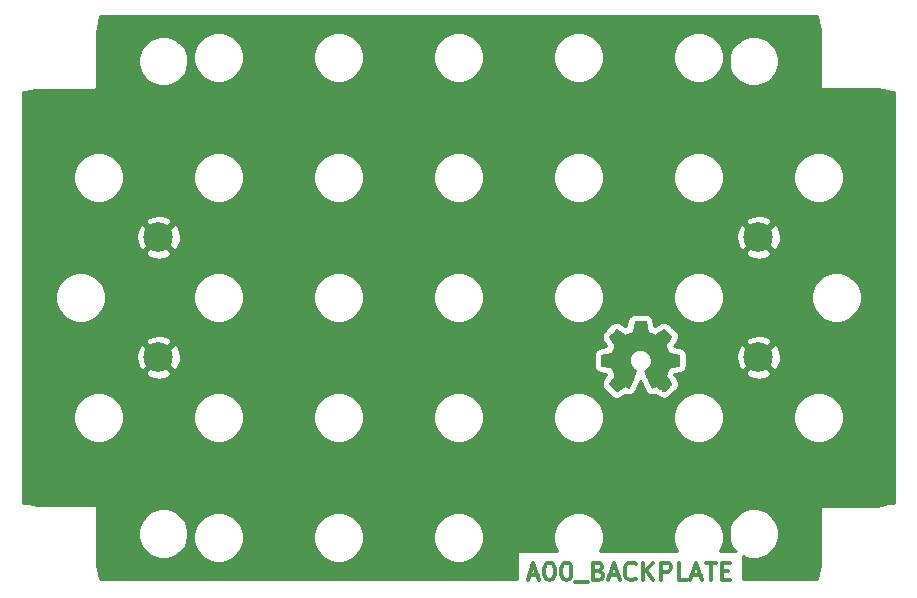
<source format=gbr>
G04 #@! TF.GenerationSoftware,KiCad,Pcbnew,5.1.5-52549c5~86~ubuntu18.04.1*
G04 #@! TF.CreationDate,2020-08-18T13:39:39-05:00*
G04 #@! TF.ProjectId,A00,4130302e-6b69-4636-9164-5f7063625858,rev?*
G04 #@! TF.SameCoordinates,Original*
G04 #@! TF.FileFunction,Copper,L1,Top*
G04 #@! TF.FilePolarity,Positive*
%FSLAX46Y46*%
G04 Gerber Fmt 4.6, Leading zero omitted, Abs format (unit mm)*
G04 Created by KiCad (PCBNEW 5.1.5-52549c5~86~ubuntu18.04.1) date 2020-08-18 13:39:39*
%MOMM*%
%LPD*%
G04 APERTURE LIST*
%ADD10C,0.300000*%
%ADD11C,0.010000*%
%ADD12C,2.499360*%
%ADD13C,0.254000*%
G04 APERTURE END LIST*
D10*
X143493600Y-148027200D02*
X144207885Y-148027200D01*
X143350742Y-148455771D02*
X143850742Y-146955771D01*
X144350742Y-148455771D01*
X145136457Y-146955771D02*
X145279314Y-146955771D01*
X145422171Y-147027200D01*
X145493600Y-147098628D01*
X145565028Y-147241485D01*
X145636457Y-147527200D01*
X145636457Y-147884342D01*
X145565028Y-148170057D01*
X145493600Y-148312914D01*
X145422171Y-148384342D01*
X145279314Y-148455771D01*
X145136457Y-148455771D01*
X144993600Y-148384342D01*
X144922171Y-148312914D01*
X144850742Y-148170057D01*
X144779314Y-147884342D01*
X144779314Y-147527200D01*
X144850742Y-147241485D01*
X144922171Y-147098628D01*
X144993600Y-147027200D01*
X145136457Y-146955771D01*
X146565028Y-146955771D02*
X146707885Y-146955771D01*
X146850742Y-147027200D01*
X146922171Y-147098628D01*
X146993600Y-147241485D01*
X147065028Y-147527200D01*
X147065028Y-147884342D01*
X146993600Y-148170057D01*
X146922171Y-148312914D01*
X146850742Y-148384342D01*
X146707885Y-148455771D01*
X146565028Y-148455771D01*
X146422171Y-148384342D01*
X146350742Y-148312914D01*
X146279314Y-148170057D01*
X146207885Y-147884342D01*
X146207885Y-147527200D01*
X146279314Y-147241485D01*
X146350742Y-147098628D01*
X146422171Y-147027200D01*
X146565028Y-146955771D01*
X147350742Y-148598628D02*
X148493600Y-148598628D01*
X149350742Y-147670057D02*
X149565028Y-147741485D01*
X149636457Y-147812914D01*
X149707885Y-147955771D01*
X149707885Y-148170057D01*
X149636457Y-148312914D01*
X149565028Y-148384342D01*
X149422171Y-148455771D01*
X148850742Y-148455771D01*
X148850742Y-146955771D01*
X149350742Y-146955771D01*
X149493600Y-147027200D01*
X149565028Y-147098628D01*
X149636457Y-147241485D01*
X149636457Y-147384342D01*
X149565028Y-147527200D01*
X149493600Y-147598628D01*
X149350742Y-147670057D01*
X148850742Y-147670057D01*
X150279314Y-148027200D02*
X150993600Y-148027200D01*
X150136457Y-148455771D02*
X150636457Y-146955771D01*
X151136457Y-148455771D01*
X152493600Y-148312914D02*
X152422171Y-148384342D01*
X152207885Y-148455771D01*
X152065028Y-148455771D01*
X151850742Y-148384342D01*
X151707885Y-148241485D01*
X151636457Y-148098628D01*
X151565028Y-147812914D01*
X151565028Y-147598628D01*
X151636457Y-147312914D01*
X151707885Y-147170057D01*
X151850742Y-147027200D01*
X152065028Y-146955771D01*
X152207885Y-146955771D01*
X152422171Y-147027200D01*
X152493600Y-147098628D01*
X153136457Y-148455771D02*
X153136457Y-146955771D01*
X153993600Y-148455771D02*
X153350742Y-147598628D01*
X153993600Y-146955771D02*
X153136457Y-147812914D01*
X154636457Y-148455771D02*
X154636457Y-146955771D01*
X155207885Y-146955771D01*
X155350742Y-147027200D01*
X155422171Y-147098628D01*
X155493600Y-147241485D01*
X155493600Y-147455771D01*
X155422171Y-147598628D01*
X155350742Y-147670057D01*
X155207885Y-147741485D01*
X154636457Y-147741485D01*
X156850742Y-148455771D02*
X156136457Y-148455771D01*
X156136457Y-146955771D01*
X157279314Y-148027200D02*
X157993600Y-148027200D01*
X157136457Y-148455771D02*
X157636457Y-146955771D01*
X158136457Y-148455771D01*
X158422171Y-146955771D02*
X159279314Y-146955771D01*
X158850742Y-148455771D02*
X158850742Y-146955771D01*
X159779314Y-147670057D02*
X160279314Y-147670057D01*
X160493600Y-148455771D02*
X159779314Y-148455771D01*
X159779314Y-146955771D01*
X160493600Y-146955771D01*
D11*
G36*
X153438414Y-126983531D02*
G01*
X153522235Y-127428155D01*
X153831520Y-127555653D01*
X154140806Y-127683151D01*
X154511846Y-127430846D01*
X154615757Y-127360596D01*
X154709687Y-127297872D01*
X154789252Y-127245538D01*
X154850070Y-127206457D01*
X154887757Y-127183493D01*
X154898021Y-127178542D01*
X154916510Y-127191276D01*
X154956020Y-127226482D01*
X155012122Y-127279662D01*
X155080387Y-127346318D01*
X155156386Y-127421954D01*
X155235692Y-127502072D01*
X155313875Y-127582174D01*
X155386507Y-127657764D01*
X155449159Y-127724345D01*
X155497403Y-127777418D01*
X155526810Y-127812487D01*
X155533841Y-127824223D01*
X155523723Y-127845860D01*
X155495359Y-127893262D01*
X155451729Y-127961793D01*
X155395818Y-128046815D01*
X155330606Y-128143693D01*
X155292819Y-128198950D01*
X155223943Y-128299848D01*
X155162740Y-128390899D01*
X155112178Y-128467570D01*
X155075228Y-128525328D01*
X155054858Y-128559643D01*
X155051797Y-128566854D01*
X155058736Y-128587348D01*
X155077651Y-128635113D01*
X155105687Y-128703432D01*
X155139991Y-128785589D01*
X155177709Y-128874870D01*
X155215987Y-128964558D01*
X155251970Y-129047938D01*
X155282806Y-129118294D01*
X155305639Y-129168910D01*
X155317617Y-129193071D01*
X155318324Y-129194022D01*
X155337131Y-129198636D01*
X155387218Y-129208928D01*
X155463393Y-129223887D01*
X155560465Y-129242501D01*
X155673243Y-129263759D01*
X155739042Y-129276018D01*
X155859550Y-129298962D01*
X155968397Y-129320795D01*
X156060076Y-129340322D01*
X156129081Y-129356348D01*
X156169904Y-129367679D01*
X156178111Y-129371274D01*
X156186148Y-129395606D01*
X156192633Y-129450559D01*
X156197570Y-129529708D01*
X156200964Y-129626626D01*
X156202818Y-129734887D01*
X156203138Y-129848065D01*
X156201927Y-129959735D01*
X156199190Y-130063468D01*
X156194931Y-130152841D01*
X156189155Y-130221426D01*
X156181867Y-130262797D01*
X156177495Y-130271410D01*
X156151364Y-130281733D01*
X156095993Y-130296492D01*
X156018707Y-130313952D01*
X155926830Y-130332380D01*
X155894758Y-130338341D01*
X155740124Y-130366666D01*
X155617975Y-130389476D01*
X155524273Y-130407680D01*
X155454984Y-130422183D01*
X155406071Y-130433892D01*
X155373497Y-130443715D01*
X155353228Y-130452556D01*
X155341226Y-130461324D01*
X155339547Y-130463057D01*
X155322784Y-130490971D01*
X155297214Y-130545295D01*
X155265388Y-130619377D01*
X155229860Y-130706565D01*
X155193183Y-130800208D01*
X155157911Y-130893652D01*
X155126596Y-130980247D01*
X155101793Y-131053340D01*
X155086054Y-131106278D01*
X155081932Y-131132411D01*
X155082276Y-131133326D01*
X155096241Y-131154686D01*
X155127922Y-131201684D01*
X155173991Y-131269427D01*
X155231118Y-131353023D01*
X155295973Y-131447582D01*
X155314443Y-131474454D01*
X155380299Y-131571875D01*
X155438250Y-131660763D01*
X155485138Y-131736012D01*
X155517807Y-131792520D01*
X155533100Y-131825181D01*
X155533841Y-131829193D01*
X155520992Y-131850284D01*
X155485488Y-131892064D01*
X155431893Y-131950045D01*
X155364771Y-132019735D01*
X155288687Y-132096645D01*
X155208204Y-132176283D01*
X155127887Y-132254161D01*
X155052299Y-132325786D01*
X154986005Y-132386670D01*
X154933569Y-132432321D01*
X154899555Y-132458250D01*
X154890145Y-132462483D01*
X154868243Y-132452512D01*
X154823400Y-132425620D01*
X154762921Y-132386336D01*
X154716389Y-132354717D01*
X154632075Y-132296698D01*
X154532226Y-132228384D01*
X154432073Y-132160179D01*
X154378227Y-132123675D01*
X154195971Y-132000400D01*
X154042981Y-132083120D01*
X153973282Y-132119359D01*
X153914014Y-132147526D01*
X153873911Y-132163591D01*
X153863703Y-132165826D01*
X153851429Y-132149322D01*
X153827213Y-132102682D01*
X153792863Y-132030209D01*
X153750188Y-131936206D01*
X153700994Y-131824974D01*
X153647090Y-131700815D01*
X153590284Y-131568032D01*
X153532382Y-131430927D01*
X153475193Y-131293802D01*
X153420524Y-131160958D01*
X153370184Y-131036698D01*
X153325980Y-130925325D01*
X153289719Y-130831139D01*
X153263209Y-130758444D01*
X153248258Y-130711541D01*
X153245854Y-130695433D01*
X153264911Y-130674886D01*
X153306636Y-130641533D01*
X153362306Y-130602302D01*
X153366978Y-130599199D01*
X153510864Y-130484023D01*
X153626883Y-130349653D01*
X153714030Y-130200384D01*
X153771299Y-130040513D01*
X153797686Y-129874337D01*
X153792185Y-129706152D01*
X153753790Y-129540255D01*
X153681495Y-129380942D01*
X153660226Y-129346087D01*
X153549596Y-129205337D01*
X153418902Y-129092314D01*
X153272664Y-129007603D01*
X153115408Y-128951794D01*
X152951657Y-128925474D01*
X152785933Y-128929230D01*
X152622762Y-128963650D01*
X152466665Y-129029323D01*
X152322167Y-129126835D01*
X152277469Y-129166413D01*
X152163712Y-129290303D01*
X152080818Y-129420724D01*
X152023956Y-129566915D01*
X151992287Y-129711688D01*
X151984469Y-129874460D01*
X152010538Y-130038040D01*
X152067845Y-130196898D01*
X152153744Y-130345506D01*
X152265586Y-130478335D01*
X152400723Y-130589856D01*
X152418483Y-130601611D01*
X152474750Y-130640108D01*
X152517523Y-130673463D01*
X152537972Y-130694760D01*
X152538269Y-130695433D01*
X152533879Y-130718471D01*
X152516476Y-130770757D01*
X152487868Y-130847990D01*
X152449865Y-130945868D01*
X152404274Y-131060091D01*
X152352903Y-131186358D01*
X152297562Y-131320367D01*
X152240058Y-131457818D01*
X152182201Y-131594408D01*
X152125798Y-131725837D01*
X152072658Y-131847805D01*
X152024590Y-131956009D01*
X151983401Y-132046149D01*
X151950901Y-132113923D01*
X151928897Y-132155030D01*
X151920036Y-132165826D01*
X151892960Y-132157419D01*
X151842297Y-132134872D01*
X151776783Y-132102213D01*
X151740759Y-132083120D01*
X151587768Y-132000400D01*
X151405512Y-132123675D01*
X151312475Y-132186828D01*
X151210615Y-132256327D01*
X151115162Y-132321765D01*
X151067350Y-132354717D01*
X151000105Y-132399873D01*
X150943164Y-132435657D01*
X150903954Y-132457538D01*
X150891219Y-132462163D01*
X150872683Y-132449685D01*
X150831659Y-132414852D01*
X150772125Y-132361278D01*
X150698058Y-132292583D01*
X150613435Y-132212381D01*
X150559915Y-132160886D01*
X150466281Y-132068886D01*
X150385359Y-131986599D01*
X150320423Y-131917545D01*
X150274742Y-131865244D01*
X150251589Y-131833216D01*
X150249368Y-131826716D01*
X150259676Y-131801994D01*
X150288161Y-131752005D01*
X150331663Y-131681812D01*
X150387023Y-131596475D01*
X150451080Y-131501056D01*
X150469297Y-131474454D01*
X150535673Y-131377767D01*
X150595222Y-131290717D01*
X150644616Y-131218195D01*
X150680525Y-131165093D01*
X150699619Y-131136303D01*
X150701464Y-131133326D01*
X150698705Y-131110382D01*
X150684062Y-131059936D01*
X150660087Y-130988641D01*
X150629334Y-130903147D01*
X150594356Y-130810107D01*
X150557707Y-130716174D01*
X150521939Y-130627999D01*
X150489606Y-130552234D01*
X150463262Y-130495531D01*
X150445458Y-130464543D01*
X150444193Y-130463057D01*
X150433306Y-130454201D01*
X150414918Y-130445443D01*
X150384994Y-130435877D01*
X150339497Y-130424596D01*
X150274391Y-130410693D01*
X150185639Y-130393263D01*
X150069207Y-130371398D01*
X149921058Y-130344191D01*
X149888982Y-130338341D01*
X149793914Y-130319974D01*
X149711035Y-130302005D01*
X149647670Y-130286169D01*
X149611142Y-130274200D01*
X149606244Y-130271410D01*
X149598173Y-130246672D01*
X149591613Y-130191390D01*
X149586567Y-130111989D01*
X149583041Y-130014896D01*
X149581039Y-129906538D01*
X149580564Y-129793340D01*
X149581623Y-129681728D01*
X149584218Y-129578129D01*
X149588354Y-129488968D01*
X149594037Y-129420672D01*
X149601269Y-129379666D01*
X149605629Y-129371274D01*
X149629902Y-129362808D01*
X149685174Y-129349035D01*
X149765938Y-129331150D01*
X149866688Y-129310348D01*
X149981917Y-129287823D01*
X150044698Y-129276018D01*
X150163813Y-129253751D01*
X150270035Y-129233579D01*
X150358173Y-129216515D01*
X150423034Y-129203569D01*
X150459426Y-129195755D01*
X150465416Y-129194022D01*
X150475539Y-129174490D01*
X150496938Y-129127443D01*
X150526761Y-129059603D01*
X150562155Y-128977691D01*
X150600268Y-128888428D01*
X150638247Y-128798535D01*
X150673240Y-128714735D01*
X150702394Y-128643747D01*
X150722857Y-128592294D01*
X150731777Y-128567097D01*
X150731943Y-128565996D01*
X150721831Y-128546119D01*
X150693483Y-128500377D01*
X150649877Y-128433317D01*
X150593994Y-128349484D01*
X150528813Y-128253426D01*
X150490921Y-128198250D01*
X150421875Y-128097081D01*
X150360550Y-128005230D01*
X150309937Y-127927344D01*
X150273029Y-127868069D01*
X150252818Y-127832051D01*
X150249899Y-127823977D01*
X150262447Y-127805184D01*
X150297137Y-127765057D01*
X150349537Y-127708093D01*
X150415216Y-127638785D01*
X150489744Y-127561631D01*
X150568687Y-127481125D01*
X150647617Y-127401763D01*
X150722100Y-127328040D01*
X150787706Y-127264452D01*
X150840004Y-127215494D01*
X150874561Y-127185661D01*
X150886122Y-127178542D01*
X150904946Y-127188553D01*
X150949969Y-127216678D01*
X151016813Y-127260054D01*
X151101101Y-127315818D01*
X151198456Y-127381106D01*
X151271893Y-127430846D01*
X151642933Y-127683151D01*
X152261505Y-127428155D01*
X152345325Y-126983531D01*
X152429146Y-126538907D01*
X153354594Y-126538907D01*
X153438414Y-126983531D01*
G37*
X153438414Y-126983531D02*
X153522235Y-127428155D01*
X153831520Y-127555653D01*
X154140806Y-127683151D01*
X154511846Y-127430846D01*
X154615757Y-127360596D01*
X154709687Y-127297872D01*
X154789252Y-127245538D01*
X154850070Y-127206457D01*
X154887757Y-127183493D01*
X154898021Y-127178542D01*
X154916510Y-127191276D01*
X154956020Y-127226482D01*
X155012122Y-127279662D01*
X155080387Y-127346318D01*
X155156386Y-127421954D01*
X155235692Y-127502072D01*
X155313875Y-127582174D01*
X155386507Y-127657764D01*
X155449159Y-127724345D01*
X155497403Y-127777418D01*
X155526810Y-127812487D01*
X155533841Y-127824223D01*
X155523723Y-127845860D01*
X155495359Y-127893262D01*
X155451729Y-127961793D01*
X155395818Y-128046815D01*
X155330606Y-128143693D01*
X155292819Y-128198950D01*
X155223943Y-128299848D01*
X155162740Y-128390899D01*
X155112178Y-128467570D01*
X155075228Y-128525328D01*
X155054858Y-128559643D01*
X155051797Y-128566854D01*
X155058736Y-128587348D01*
X155077651Y-128635113D01*
X155105687Y-128703432D01*
X155139991Y-128785589D01*
X155177709Y-128874870D01*
X155215987Y-128964558D01*
X155251970Y-129047938D01*
X155282806Y-129118294D01*
X155305639Y-129168910D01*
X155317617Y-129193071D01*
X155318324Y-129194022D01*
X155337131Y-129198636D01*
X155387218Y-129208928D01*
X155463393Y-129223887D01*
X155560465Y-129242501D01*
X155673243Y-129263759D01*
X155739042Y-129276018D01*
X155859550Y-129298962D01*
X155968397Y-129320795D01*
X156060076Y-129340322D01*
X156129081Y-129356348D01*
X156169904Y-129367679D01*
X156178111Y-129371274D01*
X156186148Y-129395606D01*
X156192633Y-129450559D01*
X156197570Y-129529708D01*
X156200964Y-129626626D01*
X156202818Y-129734887D01*
X156203138Y-129848065D01*
X156201927Y-129959735D01*
X156199190Y-130063468D01*
X156194931Y-130152841D01*
X156189155Y-130221426D01*
X156181867Y-130262797D01*
X156177495Y-130271410D01*
X156151364Y-130281733D01*
X156095993Y-130296492D01*
X156018707Y-130313952D01*
X155926830Y-130332380D01*
X155894758Y-130338341D01*
X155740124Y-130366666D01*
X155617975Y-130389476D01*
X155524273Y-130407680D01*
X155454984Y-130422183D01*
X155406071Y-130433892D01*
X155373497Y-130443715D01*
X155353228Y-130452556D01*
X155341226Y-130461324D01*
X155339547Y-130463057D01*
X155322784Y-130490971D01*
X155297214Y-130545295D01*
X155265388Y-130619377D01*
X155229860Y-130706565D01*
X155193183Y-130800208D01*
X155157911Y-130893652D01*
X155126596Y-130980247D01*
X155101793Y-131053340D01*
X155086054Y-131106278D01*
X155081932Y-131132411D01*
X155082276Y-131133326D01*
X155096241Y-131154686D01*
X155127922Y-131201684D01*
X155173991Y-131269427D01*
X155231118Y-131353023D01*
X155295973Y-131447582D01*
X155314443Y-131474454D01*
X155380299Y-131571875D01*
X155438250Y-131660763D01*
X155485138Y-131736012D01*
X155517807Y-131792520D01*
X155533100Y-131825181D01*
X155533841Y-131829193D01*
X155520992Y-131850284D01*
X155485488Y-131892064D01*
X155431893Y-131950045D01*
X155364771Y-132019735D01*
X155288687Y-132096645D01*
X155208204Y-132176283D01*
X155127887Y-132254161D01*
X155052299Y-132325786D01*
X154986005Y-132386670D01*
X154933569Y-132432321D01*
X154899555Y-132458250D01*
X154890145Y-132462483D01*
X154868243Y-132452512D01*
X154823400Y-132425620D01*
X154762921Y-132386336D01*
X154716389Y-132354717D01*
X154632075Y-132296698D01*
X154532226Y-132228384D01*
X154432073Y-132160179D01*
X154378227Y-132123675D01*
X154195971Y-132000400D01*
X154042981Y-132083120D01*
X153973282Y-132119359D01*
X153914014Y-132147526D01*
X153873911Y-132163591D01*
X153863703Y-132165826D01*
X153851429Y-132149322D01*
X153827213Y-132102682D01*
X153792863Y-132030209D01*
X153750188Y-131936206D01*
X153700994Y-131824974D01*
X153647090Y-131700815D01*
X153590284Y-131568032D01*
X153532382Y-131430927D01*
X153475193Y-131293802D01*
X153420524Y-131160958D01*
X153370184Y-131036698D01*
X153325980Y-130925325D01*
X153289719Y-130831139D01*
X153263209Y-130758444D01*
X153248258Y-130711541D01*
X153245854Y-130695433D01*
X153264911Y-130674886D01*
X153306636Y-130641533D01*
X153362306Y-130602302D01*
X153366978Y-130599199D01*
X153510864Y-130484023D01*
X153626883Y-130349653D01*
X153714030Y-130200384D01*
X153771299Y-130040513D01*
X153797686Y-129874337D01*
X153792185Y-129706152D01*
X153753790Y-129540255D01*
X153681495Y-129380942D01*
X153660226Y-129346087D01*
X153549596Y-129205337D01*
X153418902Y-129092314D01*
X153272664Y-129007603D01*
X153115408Y-128951794D01*
X152951657Y-128925474D01*
X152785933Y-128929230D01*
X152622762Y-128963650D01*
X152466665Y-129029323D01*
X152322167Y-129126835D01*
X152277469Y-129166413D01*
X152163712Y-129290303D01*
X152080818Y-129420724D01*
X152023956Y-129566915D01*
X151992287Y-129711688D01*
X151984469Y-129874460D01*
X152010538Y-130038040D01*
X152067845Y-130196898D01*
X152153744Y-130345506D01*
X152265586Y-130478335D01*
X152400723Y-130589856D01*
X152418483Y-130601611D01*
X152474750Y-130640108D01*
X152517523Y-130673463D01*
X152537972Y-130694760D01*
X152538269Y-130695433D01*
X152533879Y-130718471D01*
X152516476Y-130770757D01*
X152487868Y-130847990D01*
X152449865Y-130945868D01*
X152404274Y-131060091D01*
X152352903Y-131186358D01*
X152297562Y-131320367D01*
X152240058Y-131457818D01*
X152182201Y-131594408D01*
X152125798Y-131725837D01*
X152072658Y-131847805D01*
X152024590Y-131956009D01*
X151983401Y-132046149D01*
X151950901Y-132113923D01*
X151928897Y-132155030D01*
X151920036Y-132165826D01*
X151892960Y-132157419D01*
X151842297Y-132134872D01*
X151776783Y-132102213D01*
X151740759Y-132083120D01*
X151587768Y-132000400D01*
X151405512Y-132123675D01*
X151312475Y-132186828D01*
X151210615Y-132256327D01*
X151115162Y-132321765D01*
X151067350Y-132354717D01*
X151000105Y-132399873D01*
X150943164Y-132435657D01*
X150903954Y-132457538D01*
X150891219Y-132462163D01*
X150872683Y-132449685D01*
X150831659Y-132414852D01*
X150772125Y-132361278D01*
X150698058Y-132292583D01*
X150613435Y-132212381D01*
X150559915Y-132160886D01*
X150466281Y-132068886D01*
X150385359Y-131986599D01*
X150320423Y-131917545D01*
X150274742Y-131865244D01*
X150251589Y-131833216D01*
X150249368Y-131826716D01*
X150259676Y-131801994D01*
X150288161Y-131752005D01*
X150331663Y-131681812D01*
X150387023Y-131596475D01*
X150451080Y-131501056D01*
X150469297Y-131474454D01*
X150535673Y-131377767D01*
X150595222Y-131290717D01*
X150644616Y-131218195D01*
X150680525Y-131165093D01*
X150699619Y-131136303D01*
X150701464Y-131133326D01*
X150698705Y-131110382D01*
X150684062Y-131059936D01*
X150660087Y-130988641D01*
X150629334Y-130903147D01*
X150594356Y-130810107D01*
X150557707Y-130716174D01*
X150521939Y-130627999D01*
X150489606Y-130552234D01*
X150463262Y-130495531D01*
X150445458Y-130464543D01*
X150444193Y-130463057D01*
X150433306Y-130454201D01*
X150414918Y-130445443D01*
X150384994Y-130435877D01*
X150339497Y-130424596D01*
X150274391Y-130410693D01*
X150185639Y-130393263D01*
X150069207Y-130371398D01*
X149921058Y-130344191D01*
X149888982Y-130338341D01*
X149793914Y-130319974D01*
X149711035Y-130302005D01*
X149647670Y-130286169D01*
X149611142Y-130274200D01*
X149606244Y-130271410D01*
X149598173Y-130246672D01*
X149591613Y-130191390D01*
X149586567Y-130111989D01*
X149583041Y-130014896D01*
X149581039Y-129906538D01*
X149580564Y-129793340D01*
X149581623Y-129681728D01*
X149584218Y-129578129D01*
X149588354Y-129488968D01*
X149594037Y-129420672D01*
X149601269Y-129379666D01*
X149605629Y-129371274D01*
X149629902Y-129362808D01*
X149685174Y-129349035D01*
X149765938Y-129331150D01*
X149866688Y-129310348D01*
X149981917Y-129287823D01*
X150044698Y-129276018D01*
X150163813Y-129253751D01*
X150270035Y-129233579D01*
X150358173Y-129216515D01*
X150423034Y-129203569D01*
X150459426Y-129195755D01*
X150465416Y-129194022D01*
X150475539Y-129174490D01*
X150496938Y-129127443D01*
X150526761Y-129059603D01*
X150562155Y-128977691D01*
X150600268Y-128888428D01*
X150638247Y-128798535D01*
X150673240Y-128714735D01*
X150702394Y-128643747D01*
X150722857Y-128592294D01*
X150731777Y-128567097D01*
X150731943Y-128565996D01*
X150721831Y-128546119D01*
X150693483Y-128500377D01*
X150649877Y-128433317D01*
X150593994Y-128349484D01*
X150528813Y-128253426D01*
X150490921Y-128198250D01*
X150421875Y-128097081D01*
X150360550Y-128005230D01*
X150309937Y-127927344D01*
X150273029Y-127868069D01*
X150252818Y-127832051D01*
X150249899Y-127823977D01*
X150262447Y-127805184D01*
X150297137Y-127765057D01*
X150349537Y-127708093D01*
X150415216Y-127638785D01*
X150489744Y-127561631D01*
X150568687Y-127481125D01*
X150647617Y-127401763D01*
X150722100Y-127328040D01*
X150787706Y-127264452D01*
X150840004Y-127215494D01*
X150874561Y-127185661D01*
X150886122Y-127178542D01*
X150904946Y-127188553D01*
X150949969Y-127216678D01*
X151016813Y-127260054D01*
X151101101Y-127315818D01*
X151198456Y-127381106D01*
X151271893Y-127430846D01*
X151642933Y-127683151D01*
X152261505Y-127428155D01*
X152345325Y-126983531D01*
X152429146Y-126538907D01*
X153354594Y-126538907D01*
X153438414Y-126983531D01*
D12*
X162900000Y-129580000D03*
X162900000Y-119420000D03*
X112100000Y-129580000D03*
X112100000Y-119420000D03*
D13*
G36*
X167922061Y-101068607D02*
G01*
X167938262Y-101170898D01*
X168110153Y-101886876D01*
X168148004Y-106731792D01*
X168150638Y-106756549D01*
X168158051Y-106780316D01*
X168169958Y-106802180D01*
X168185902Y-106821301D01*
X168205270Y-106836945D01*
X168227317Y-106848509D01*
X168251197Y-106855549D01*
X168275000Y-106857800D01*
X172979640Y-106857800D01*
X173829102Y-107061738D01*
X173931393Y-107077939D01*
X174340000Y-107110097D01*
X174340001Y-141889903D01*
X173931393Y-141922061D01*
X173829102Y-141938262D01*
X172995468Y-142138400D01*
X168224200Y-142138400D01*
X168199424Y-142140840D01*
X168175599Y-142148067D01*
X168153643Y-142159803D01*
X168134397Y-142175597D01*
X168118603Y-142194843D01*
X168106867Y-142216799D01*
X168099640Y-142240624D01*
X168097201Y-142264908D01*
X168077889Y-147247515D01*
X167938262Y-147829102D01*
X167922061Y-147931393D01*
X167889903Y-148340000D01*
X161564315Y-148340000D01*
X161564315Y-146423334D01*
X161877244Y-146552953D01*
X162289721Y-146635000D01*
X162710279Y-146635000D01*
X163122756Y-146552953D01*
X163511302Y-146392012D01*
X163860983Y-146158363D01*
X164158363Y-145860983D01*
X164392012Y-145511302D01*
X164552953Y-145122756D01*
X164635000Y-144710279D01*
X164635000Y-144289721D01*
X164552953Y-143877244D01*
X164392012Y-143488698D01*
X164158363Y-143139017D01*
X163860983Y-142841637D01*
X163511302Y-142607988D01*
X163122756Y-142447047D01*
X162710279Y-142365000D01*
X162289721Y-142365000D01*
X161877244Y-142447047D01*
X161488698Y-142607988D01*
X161139017Y-142841637D01*
X160841637Y-143139017D01*
X160607988Y-143488698D01*
X160447047Y-143877244D01*
X160365000Y-144289721D01*
X160365000Y-144710279D01*
X160447047Y-145122756D01*
X160607988Y-145511302D01*
X160841637Y-145860983D01*
X160967854Y-145987200D01*
X159607844Y-145987200D01*
X159712012Y-145831302D01*
X159872953Y-145442756D01*
X159955000Y-145030279D01*
X159955000Y-144609721D01*
X159872953Y-144197244D01*
X159712012Y-143808698D01*
X159478363Y-143459017D01*
X159180983Y-143161637D01*
X158831302Y-142927988D01*
X158442756Y-142767047D01*
X158030279Y-142685000D01*
X157609721Y-142685000D01*
X157197244Y-142767047D01*
X156808698Y-142927988D01*
X156459017Y-143161637D01*
X156161637Y-143459017D01*
X155927988Y-143808698D01*
X155767047Y-144197244D01*
X155685000Y-144609721D01*
X155685000Y-145030279D01*
X155767047Y-145442756D01*
X155927988Y-145831302D01*
X156032156Y-145987200D01*
X149447844Y-145987200D01*
X149552012Y-145831302D01*
X149712953Y-145442756D01*
X149795000Y-145030279D01*
X149795000Y-144609721D01*
X149712953Y-144197244D01*
X149552012Y-143808698D01*
X149318363Y-143459017D01*
X149020983Y-143161637D01*
X148671302Y-142927988D01*
X148282756Y-142767047D01*
X147870279Y-142685000D01*
X147449721Y-142685000D01*
X147037244Y-142767047D01*
X146648698Y-142927988D01*
X146299017Y-143161637D01*
X146001637Y-143459017D01*
X145767988Y-143808698D01*
X145607047Y-144197244D01*
X145525000Y-144609721D01*
X145525000Y-145030279D01*
X145607047Y-145442756D01*
X145767988Y-145831302D01*
X145872156Y-145987200D01*
X142422886Y-145987200D01*
X142422886Y-148340000D01*
X107110097Y-148340000D01*
X107077939Y-147931393D01*
X107061738Y-147829102D01*
X106908600Y-147191237D01*
X106908600Y-144289721D01*
X110365000Y-144289721D01*
X110365000Y-144710279D01*
X110447047Y-145122756D01*
X110607988Y-145511302D01*
X110841637Y-145860983D01*
X111139017Y-146158363D01*
X111488698Y-146392012D01*
X111877244Y-146552953D01*
X112289721Y-146635000D01*
X112710279Y-146635000D01*
X113122756Y-146552953D01*
X113511302Y-146392012D01*
X113860983Y-146158363D01*
X114158363Y-145860983D01*
X114392012Y-145511302D01*
X114552953Y-145122756D01*
X114635000Y-144710279D01*
X114635000Y-144609721D01*
X115045000Y-144609721D01*
X115045000Y-145030279D01*
X115127047Y-145442756D01*
X115287988Y-145831302D01*
X115521637Y-146180983D01*
X115819017Y-146478363D01*
X116168698Y-146712012D01*
X116557244Y-146872953D01*
X116969721Y-146955000D01*
X117390279Y-146955000D01*
X117802756Y-146872953D01*
X118191302Y-146712012D01*
X118540983Y-146478363D01*
X118838363Y-146180983D01*
X119072012Y-145831302D01*
X119232953Y-145442756D01*
X119315000Y-145030279D01*
X119315000Y-144609721D01*
X125205000Y-144609721D01*
X125205000Y-145030279D01*
X125287047Y-145442756D01*
X125447988Y-145831302D01*
X125681637Y-146180983D01*
X125979017Y-146478363D01*
X126328698Y-146712012D01*
X126717244Y-146872953D01*
X127129721Y-146955000D01*
X127550279Y-146955000D01*
X127962756Y-146872953D01*
X128351302Y-146712012D01*
X128700983Y-146478363D01*
X128998363Y-146180983D01*
X129232012Y-145831302D01*
X129392953Y-145442756D01*
X129475000Y-145030279D01*
X129475000Y-144609721D01*
X135365000Y-144609721D01*
X135365000Y-145030279D01*
X135447047Y-145442756D01*
X135607988Y-145831302D01*
X135841637Y-146180983D01*
X136139017Y-146478363D01*
X136488698Y-146712012D01*
X136877244Y-146872953D01*
X137289721Y-146955000D01*
X137710279Y-146955000D01*
X138122756Y-146872953D01*
X138511302Y-146712012D01*
X138860983Y-146478363D01*
X139158363Y-146180983D01*
X139392012Y-145831302D01*
X139552953Y-145442756D01*
X139635000Y-145030279D01*
X139635000Y-144609721D01*
X139552953Y-144197244D01*
X139392012Y-143808698D01*
X139158363Y-143459017D01*
X138860983Y-143161637D01*
X138511302Y-142927988D01*
X138122756Y-142767047D01*
X137710279Y-142685000D01*
X137289721Y-142685000D01*
X136877244Y-142767047D01*
X136488698Y-142927988D01*
X136139017Y-143161637D01*
X135841637Y-143459017D01*
X135607988Y-143808698D01*
X135447047Y-144197244D01*
X135365000Y-144609721D01*
X129475000Y-144609721D01*
X129392953Y-144197244D01*
X129232012Y-143808698D01*
X128998363Y-143459017D01*
X128700983Y-143161637D01*
X128351302Y-142927988D01*
X127962756Y-142767047D01*
X127550279Y-142685000D01*
X127129721Y-142685000D01*
X126717244Y-142767047D01*
X126328698Y-142927988D01*
X125979017Y-143161637D01*
X125681637Y-143459017D01*
X125447988Y-143808698D01*
X125287047Y-144197244D01*
X125205000Y-144609721D01*
X119315000Y-144609721D01*
X119232953Y-144197244D01*
X119072012Y-143808698D01*
X118838363Y-143459017D01*
X118540983Y-143161637D01*
X118191302Y-142927988D01*
X117802756Y-142767047D01*
X117390279Y-142685000D01*
X116969721Y-142685000D01*
X116557244Y-142767047D01*
X116168698Y-142927988D01*
X115819017Y-143161637D01*
X115521637Y-143459017D01*
X115287988Y-143808698D01*
X115127047Y-144197244D01*
X115045000Y-144609721D01*
X114635000Y-144609721D01*
X114635000Y-144289721D01*
X114552953Y-143877244D01*
X114392012Y-143488698D01*
X114158363Y-143139017D01*
X113860983Y-142841637D01*
X113511302Y-142607988D01*
X113122756Y-142447047D01*
X112710279Y-142365000D01*
X112289721Y-142365000D01*
X111877244Y-142447047D01*
X111488698Y-142607988D01*
X111139017Y-142841637D01*
X110841637Y-143139017D01*
X110607988Y-143488698D01*
X110447047Y-143877244D01*
X110365000Y-144289721D01*
X106908600Y-144289721D01*
X106908600Y-142214600D01*
X106906160Y-142189824D01*
X106898933Y-142165999D01*
X106887197Y-142144043D01*
X106871403Y-142124797D01*
X106852157Y-142109003D01*
X106830201Y-142097267D01*
X106806376Y-142090040D01*
X106781600Y-142087600D01*
X101792935Y-142087600D01*
X101170898Y-141938262D01*
X101068607Y-141922061D01*
X100660000Y-141889903D01*
X100660000Y-134449721D01*
X104885000Y-134449721D01*
X104885000Y-134870279D01*
X104967047Y-135282756D01*
X105127988Y-135671302D01*
X105361637Y-136020983D01*
X105659017Y-136318363D01*
X106008698Y-136552012D01*
X106397244Y-136712953D01*
X106809721Y-136795000D01*
X107230279Y-136795000D01*
X107642756Y-136712953D01*
X108031302Y-136552012D01*
X108380983Y-136318363D01*
X108678363Y-136020983D01*
X108912012Y-135671302D01*
X109072953Y-135282756D01*
X109155000Y-134870279D01*
X109155000Y-134449721D01*
X115045000Y-134449721D01*
X115045000Y-134870279D01*
X115127047Y-135282756D01*
X115287988Y-135671302D01*
X115521637Y-136020983D01*
X115819017Y-136318363D01*
X116168698Y-136552012D01*
X116557244Y-136712953D01*
X116969721Y-136795000D01*
X117390279Y-136795000D01*
X117802756Y-136712953D01*
X118191302Y-136552012D01*
X118540983Y-136318363D01*
X118838363Y-136020983D01*
X119072012Y-135671302D01*
X119232953Y-135282756D01*
X119315000Y-134870279D01*
X119315000Y-134449721D01*
X125205000Y-134449721D01*
X125205000Y-134870279D01*
X125287047Y-135282756D01*
X125447988Y-135671302D01*
X125681637Y-136020983D01*
X125979017Y-136318363D01*
X126328698Y-136552012D01*
X126717244Y-136712953D01*
X127129721Y-136795000D01*
X127550279Y-136795000D01*
X127962756Y-136712953D01*
X128351302Y-136552012D01*
X128700983Y-136318363D01*
X128998363Y-136020983D01*
X129232012Y-135671302D01*
X129392953Y-135282756D01*
X129475000Y-134870279D01*
X129475000Y-134449721D01*
X135365000Y-134449721D01*
X135365000Y-134870279D01*
X135447047Y-135282756D01*
X135607988Y-135671302D01*
X135841637Y-136020983D01*
X136139017Y-136318363D01*
X136488698Y-136552012D01*
X136877244Y-136712953D01*
X137289721Y-136795000D01*
X137710279Y-136795000D01*
X138122756Y-136712953D01*
X138511302Y-136552012D01*
X138860983Y-136318363D01*
X139158363Y-136020983D01*
X139392012Y-135671302D01*
X139552953Y-135282756D01*
X139635000Y-134870279D01*
X139635000Y-134449721D01*
X145525000Y-134449721D01*
X145525000Y-134870279D01*
X145607047Y-135282756D01*
X145767988Y-135671302D01*
X146001637Y-136020983D01*
X146299017Y-136318363D01*
X146648698Y-136552012D01*
X147037244Y-136712953D01*
X147449721Y-136795000D01*
X147870279Y-136795000D01*
X148282756Y-136712953D01*
X148671302Y-136552012D01*
X149020983Y-136318363D01*
X149318363Y-136020983D01*
X149552012Y-135671302D01*
X149712953Y-135282756D01*
X149795000Y-134870279D01*
X149795000Y-134449721D01*
X155685000Y-134449721D01*
X155685000Y-134870279D01*
X155767047Y-135282756D01*
X155927988Y-135671302D01*
X156161637Y-136020983D01*
X156459017Y-136318363D01*
X156808698Y-136552012D01*
X157197244Y-136712953D01*
X157609721Y-136795000D01*
X158030279Y-136795000D01*
X158442756Y-136712953D01*
X158831302Y-136552012D01*
X159180983Y-136318363D01*
X159478363Y-136020983D01*
X159712012Y-135671302D01*
X159872953Y-135282756D01*
X159955000Y-134870279D01*
X159955000Y-134449721D01*
X165845000Y-134449721D01*
X165845000Y-134870279D01*
X165927047Y-135282756D01*
X166087988Y-135671302D01*
X166321637Y-136020983D01*
X166619017Y-136318363D01*
X166968698Y-136552012D01*
X167357244Y-136712953D01*
X167769721Y-136795000D01*
X168190279Y-136795000D01*
X168602756Y-136712953D01*
X168991302Y-136552012D01*
X169340983Y-136318363D01*
X169638363Y-136020983D01*
X169872012Y-135671302D01*
X170032953Y-135282756D01*
X170115000Y-134870279D01*
X170115000Y-134449721D01*
X170032953Y-134037244D01*
X169872012Y-133648698D01*
X169638363Y-133299017D01*
X169340983Y-133001637D01*
X168991302Y-132767988D01*
X168602756Y-132607047D01*
X168190279Y-132525000D01*
X167769721Y-132525000D01*
X167357244Y-132607047D01*
X166968698Y-132767988D01*
X166619017Y-133001637D01*
X166321637Y-133299017D01*
X166087988Y-133648698D01*
X165927047Y-134037244D01*
X165845000Y-134449721D01*
X159955000Y-134449721D01*
X159872953Y-134037244D01*
X159712012Y-133648698D01*
X159478363Y-133299017D01*
X159180983Y-133001637D01*
X158831302Y-132767988D01*
X158442756Y-132607047D01*
X158030279Y-132525000D01*
X157609721Y-132525000D01*
X157197244Y-132607047D01*
X156808698Y-132767988D01*
X156459017Y-133001637D01*
X156161637Y-133299017D01*
X155927988Y-133648698D01*
X155767047Y-134037244D01*
X155685000Y-134449721D01*
X149795000Y-134449721D01*
X149712953Y-134037244D01*
X149552012Y-133648698D01*
X149318363Y-133299017D01*
X149020983Y-133001637D01*
X148671302Y-132767988D01*
X148282756Y-132607047D01*
X147870279Y-132525000D01*
X147449721Y-132525000D01*
X147037244Y-132607047D01*
X146648698Y-132767988D01*
X146299017Y-133001637D01*
X146001637Y-133299017D01*
X145767988Y-133648698D01*
X145607047Y-134037244D01*
X145525000Y-134449721D01*
X139635000Y-134449721D01*
X139552953Y-134037244D01*
X139392012Y-133648698D01*
X139158363Y-133299017D01*
X138860983Y-133001637D01*
X138511302Y-132767988D01*
X138122756Y-132607047D01*
X137710279Y-132525000D01*
X137289721Y-132525000D01*
X136877244Y-132607047D01*
X136488698Y-132767988D01*
X136139017Y-133001637D01*
X135841637Y-133299017D01*
X135607988Y-133648698D01*
X135447047Y-134037244D01*
X135365000Y-134449721D01*
X129475000Y-134449721D01*
X129392953Y-134037244D01*
X129232012Y-133648698D01*
X128998363Y-133299017D01*
X128700983Y-133001637D01*
X128351302Y-132767988D01*
X127962756Y-132607047D01*
X127550279Y-132525000D01*
X127129721Y-132525000D01*
X126717244Y-132607047D01*
X126328698Y-132767988D01*
X125979017Y-133001637D01*
X125681637Y-133299017D01*
X125447988Y-133648698D01*
X125287047Y-134037244D01*
X125205000Y-134449721D01*
X119315000Y-134449721D01*
X119232953Y-134037244D01*
X119072012Y-133648698D01*
X118838363Y-133299017D01*
X118540983Y-133001637D01*
X118191302Y-132767988D01*
X117802756Y-132607047D01*
X117390279Y-132525000D01*
X116969721Y-132525000D01*
X116557244Y-132607047D01*
X116168698Y-132767988D01*
X115819017Y-133001637D01*
X115521637Y-133299017D01*
X115287988Y-133648698D01*
X115127047Y-134037244D01*
X115045000Y-134449721D01*
X109155000Y-134449721D01*
X109072953Y-134037244D01*
X108912012Y-133648698D01*
X108678363Y-133299017D01*
X108380983Y-133001637D01*
X108031302Y-132767988D01*
X107642756Y-132607047D01*
X107230279Y-132525000D01*
X106809721Y-132525000D01*
X106397244Y-132607047D01*
X106008698Y-132767988D01*
X105659017Y-133001637D01*
X105361637Y-133299017D01*
X105127988Y-133648698D01*
X104967047Y-134037244D01*
X104885000Y-134449721D01*
X100660000Y-134449721D01*
X100660000Y-130893377D01*
X110966229Y-130893377D01*
X111092104Y-131183315D01*
X111424262Y-131349139D01*
X111782387Y-131446975D01*
X112152719Y-131473065D01*
X112521025Y-131426405D01*
X112873151Y-131308789D01*
X113107896Y-131183315D01*
X113233771Y-130893377D01*
X112100000Y-129759605D01*
X110966229Y-130893377D01*
X100660000Y-130893377D01*
X100660000Y-129632719D01*
X110206935Y-129632719D01*
X110253595Y-130001025D01*
X110371211Y-130353151D01*
X110496685Y-130587896D01*
X110786623Y-130713771D01*
X111920395Y-129580000D01*
X112279605Y-129580000D01*
X113413377Y-130713771D01*
X113703315Y-130587896D01*
X113869139Y-130255738D01*
X113966975Y-129897613D01*
X113974131Y-129796026D01*
X148940570Y-129796026D01*
X148941045Y-129909224D01*
X148941055Y-129909320D01*
X148941045Y-129909425D01*
X148941148Y-129918360D01*
X148943150Y-130026718D01*
X148943294Y-130027949D01*
X148943200Y-130029190D01*
X148943463Y-130038123D01*
X148946989Y-130135216D01*
X148947556Y-130139418D01*
X148947351Y-130143658D01*
X148947855Y-130152580D01*
X148952901Y-130231980D01*
X148954997Y-130244871D01*
X148955081Y-130257925D01*
X148956072Y-130266806D01*
X148962632Y-130322088D01*
X148975179Y-130379310D01*
X148987024Y-130436665D01*
X148989367Y-130444019D01*
X148989384Y-130444096D01*
X148989412Y-130444161D01*
X148989737Y-130445180D01*
X148997808Y-130469918D01*
X149015426Y-130510110D01*
X149030689Y-130551298D01*
X149040460Y-130567223D01*
X149047953Y-130584316D01*
X149073038Y-130620315D01*
X149096014Y-130657760D01*
X149108694Y-130671485D01*
X149119363Y-130686796D01*
X149150974Y-130717249D01*
X149180775Y-130749506D01*
X149195869Y-130760499D01*
X149209317Y-130773455D01*
X149246241Y-130797188D01*
X149281739Y-130823042D01*
X149289473Y-130827518D01*
X149294372Y-130830308D01*
X149305514Y-130835284D01*
X149314391Y-130840990D01*
X149347804Y-130854172D01*
X149348943Y-130854681D01*
X149403388Y-130879542D01*
X149408278Y-130881182D01*
X149408420Y-130881245D01*
X149408568Y-130881279D01*
X149411861Y-130882383D01*
X149448389Y-130894352D01*
X149466470Y-130898374D01*
X149483841Y-130904846D01*
X149492496Y-130907072D01*
X149555861Y-130922908D01*
X149561397Y-130923729D01*
X149566707Y-130925519D01*
X149575427Y-130927473D01*
X149658307Y-130945442D01*
X149661079Y-130945764D01*
X149663750Y-130946598D01*
X149672512Y-130948354D01*
X149767580Y-130966721D01*
X149767702Y-130966732D01*
X149774153Y-130967955D01*
X149805762Y-130973720D01*
X149952253Y-131000622D01*
X149984028Y-131006590D01*
X149994958Y-131034603D01*
X149941665Y-131112233D01*
X149941644Y-131112270D01*
X149941245Y-131112845D01*
X149923028Y-131139447D01*
X149922959Y-131139573D01*
X149919712Y-131144337D01*
X149855656Y-131239756D01*
X149855387Y-131240256D01*
X149855021Y-131240702D01*
X149850106Y-131248165D01*
X149794746Y-131333502D01*
X149793757Y-131335413D01*
X149792424Y-131337107D01*
X149787664Y-131344670D01*
X149744162Y-131414862D01*
X149740914Y-131421467D01*
X149736580Y-131427415D01*
X149732102Y-131435148D01*
X149703617Y-131485137D01*
X149689392Y-131516975D01*
X149672464Y-131547470D01*
X149668968Y-131555694D01*
X149658660Y-131580416D01*
X149653454Y-131597407D01*
X149652663Y-131599178D01*
X149651932Y-131602375D01*
X149647049Y-131618315D01*
X149632749Y-131655306D01*
X149628790Y-131677910D01*
X149622070Y-131699843D01*
X149618041Y-131739278D01*
X149611199Y-131778339D01*
X149611706Y-131801281D01*
X149609374Y-131824102D01*
X149613082Y-131863577D01*
X149613957Y-131903215D01*
X149618908Y-131925614D01*
X149621054Y-131948461D01*
X149626191Y-131965731D01*
X149627156Y-131973516D01*
X149634245Y-131994998D01*
X149640916Y-132025176D01*
X149643746Y-132033652D01*
X149645968Y-132040152D01*
X149652790Y-132055147D01*
X149656668Y-132068182D01*
X149661301Y-132076982D01*
X149666300Y-132092130D01*
X149683346Y-132122304D01*
X149697696Y-132153844D01*
X149712979Y-132175140D01*
X149714857Y-132178707D01*
X149716024Y-132180150D01*
X149727736Y-132200882D01*
X149732921Y-132208161D01*
X149756074Y-132240188D01*
X149772630Y-132258926D01*
X149786885Y-132279486D01*
X149792717Y-132286257D01*
X149838398Y-132338558D01*
X149843722Y-132343569D01*
X149848110Y-132349426D01*
X149854186Y-132355978D01*
X149919122Y-132425032D01*
X149921153Y-132426807D01*
X149922820Y-132428932D01*
X149929042Y-132435347D01*
X150009964Y-132517634D01*
X150010753Y-132518293D01*
X150011403Y-132519093D01*
X150017733Y-132525400D01*
X150111367Y-132617400D01*
X150111462Y-132617476D01*
X150116176Y-132622075D01*
X150169696Y-132673570D01*
X150169814Y-132673663D01*
X150173183Y-132676901D01*
X150257807Y-132757103D01*
X150257897Y-132757173D01*
X150262847Y-132761828D01*
X150336913Y-132830523D01*
X150337187Y-132830732D01*
X150337416Y-132830989D01*
X150344017Y-132837012D01*
X150403550Y-132890586D01*
X150407384Y-132893411D01*
X150410651Y-132896882D01*
X150417422Y-132902713D01*
X150458446Y-132937545D01*
X150484107Y-132955336D01*
X150507908Y-132975555D01*
X150515286Y-132980597D01*
X150533822Y-132993075D01*
X150555087Y-133004548D01*
X150561095Y-133008713D01*
X150569981Y-133012583D01*
X150574630Y-133015091D01*
X150614277Y-133039141D01*
X150629499Y-133044693D01*
X150643750Y-133052382D01*
X150688051Y-133066051D01*
X150731621Y-133081944D01*
X150747626Y-133084433D01*
X150763104Y-133089209D01*
X150809228Y-133094014D01*
X150855043Y-133101140D01*
X150871224Y-133100473D01*
X150887338Y-133102152D01*
X150933525Y-133097906D01*
X150979843Y-133095997D01*
X150995586Y-133092200D01*
X151011719Y-133090717D01*
X151056197Y-133077582D01*
X151084994Y-133070637D01*
X151092818Y-133069036D01*
X151094421Y-133068363D01*
X151101268Y-133066712D01*
X151109688Y-133063720D01*
X151122423Y-133059095D01*
X151128273Y-133056297D01*
X151131511Y-133055341D01*
X151144474Y-133048549D01*
X151164732Y-133038861D01*
X151207995Y-133020707D01*
X151215829Y-133016407D01*
X151255039Y-132994526D01*
X151265086Y-132987553D01*
X151276104Y-132982239D01*
X151283703Y-132977536D01*
X151340644Y-132941752D01*
X151344786Y-132938545D01*
X151349441Y-132936124D01*
X151356894Y-132931193D01*
X151424140Y-132886037D01*
X151424202Y-132885986D01*
X151430536Y-132881685D01*
X151477888Y-132849051D01*
X151571872Y-132784620D01*
X151633688Y-132742443D01*
X151664240Y-132752601D01*
X151694664Y-132765925D01*
X151703180Y-132768634D01*
X151730256Y-132777041D01*
X151749969Y-132781105D01*
X151751268Y-132781537D01*
X151753318Y-132781796D01*
X151790774Y-132789518D01*
X151851160Y-132802109D01*
X151851882Y-132802116D01*
X151852589Y-132802262D01*
X151913961Y-132802743D01*
X151976060Y-132803370D01*
X151976778Y-132803235D01*
X151977491Y-132803241D01*
X152037766Y-132791797D01*
X152098826Y-132780346D01*
X152099497Y-132780078D01*
X152100205Y-132779943D01*
X152157310Y-132756928D01*
X152214782Y-132733915D01*
X152215390Y-132733520D01*
X152216057Y-132733251D01*
X152267634Y-132699563D01*
X152319511Y-132665845D01*
X152320029Y-132665341D01*
X152320632Y-132664947D01*
X152364511Y-132622052D01*
X152409024Y-132578732D01*
X152409899Y-132577681D01*
X152409949Y-132577632D01*
X152409993Y-132577568D01*
X152414741Y-132571864D01*
X152423602Y-132561068D01*
X152455900Y-132512781D01*
X152488873Y-132464913D01*
X152493041Y-132457254D01*
X152493047Y-132457246D01*
X152493050Y-132457238D01*
X152493145Y-132457064D01*
X152515149Y-132415957D01*
X152518890Y-132406952D01*
X152524061Y-132398683D01*
X152527980Y-132390653D01*
X152560481Y-132322878D01*
X152560983Y-132321501D01*
X152561738Y-132320242D01*
X152565508Y-132312140D01*
X152606697Y-132222000D01*
X152606736Y-132221888D01*
X152609475Y-132215835D01*
X152657543Y-132107632D01*
X152657595Y-132107474D01*
X152659388Y-132103436D01*
X152712529Y-131981468D01*
X152712576Y-131981322D01*
X152713927Y-131978234D01*
X152770330Y-131846804D01*
X152770371Y-131846676D01*
X152771513Y-131844030D01*
X152829370Y-131707440D01*
X152829409Y-131707315D01*
X152830472Y-131704823D01*
X152887976Y-131567372D01*
X152888015Y-131567244D01*
X152889106Y-131564654D01*
X152891901Y-131557885D01*
X152941695Y-131677278D01*
X152941760Y-131677399D01*
X152942803Y-131679917D01*
X153000705Y-131817022D01*
X153000767Y-131817137D01*
X153001869Y-131819762D01*
X153058675Y-131952545D01*
X153058746Y-131952674D01*
X153060030Y-131955689D01*
X153113934Y-132079847D01*
X153114008Y-132079981D01*
X153115682Y-132083837D01*
X153164876Y-132195069D01*
X153164944Y-132195189D01*
X153167428Y-132200764D01*
X153210103Y-132294767D01*
X153210501Y-132295457D01*
X153210763Y-132296218D01*
X153214535Y-132304319D01*
X153248885Y-132376792D01*
X153252571Y-132382937D01*
X153255148Y-132389636D01*
X153259211Y-132397595D01*
X153283427Y-132444235D01*
X153308987Y-132483536D01*
X153332597Y-132524040D01*
X153337880Y-132531248D01*
X153350154Y-132547752D01*
X153383579Y-132584565D01*
X153415518Y-132622696D01*
X153425503Y-132630738D01*
X153434118Y-132640227D01*
X153474052Y-132669844D01*
X153512793Y-132701048D01*
X153524152Y-132706999D01*
X153534444Y-132714632D01*
X153579375Y-132735931D01*
X153623435Y-132759014D01*
X153635727Y-132762644D01*
X153647312Y-132768135D01*
X153695536Y-132780303D01*
X153743228Y-132794385D01*
X153755993Y-132795558D01*
X153768422Y-132798694D01*
X153818092Y-132801264D01*
X153867611Y-132805814D01*
X153880358Y-132804486D01*
X153893161Y-132805148D01*
X153942378Y-132798022D01*
X153969175Y-132795229D01*
X153983183Y-132794193D01*
X153985648Y-132793513D01*
X153991843Y-132792867D01*
X154000586Y-132791016D01*
X154010794Y-132788781D01*
X154014503Y-132787579D01*
X154016778Y-132787250D01*
X154030855Y-132782282D01*
X154056874Y-132773853D01*
X154103587Y-132760960D01*
X154111905Y-132757694D01*
X154150032Y-132742420D01*
X154171464Y-132757016D01*
X154269896Y-132824360D01*
X154353585Y-132881949D01*
X154353721Y-132882024D01*
X154356688Y-132884070D01*
X154403219Y-132915689D01*
X154405144Y-132916738D01*
X154406839Y-132918131D01*
X154414299Y-132923051D01*
X154474778Y-132962335D01*
X154481022Y-132965572D01*
X154486615Y-132969841D01*
X154494247Y-132974490D01*
X154539090Y-133001382D01*
X154567739Y-133014955D01*
X154594959Y-133031232D01*
X154603067Y-133034991D01*
X154624969Y-133044962D01*
X154641378Y-133050573D01*
X154656833Y-133058441D01*
X154700360Y-133070741D01*
X154743156Y-133085375D01*
X154760343Y-133087692D01*
X154777032Y-133092408D01*
X154822124Y-133096020D01*
X154866943Y-133102062D01*
X154884249Y-133100997D01*
X154901540Y-133102382D01*
X154946463Y-133097168D01*
X154991613Y-133094389D01*
X155008393Y-133089980D01*
X155025613Y-133087981D01*
X155052184Y-133079440D01*
X155055668Y-133078918D01*
X155069894Y-133073819D01*
X155112418Y-133062645D01*
X155128013Y-133055065D01*
X155144526Y-133049757D01*
X155152701Y-133046148D01*
X155162111Y-133041915D01*
X155167459Y-133038850D01*
X155173250Y-133036774D01*
X155206005Y-133017156D01*
X155224757Y-133008042D01*
X155235831Y-132999660D01*
X155270478Y-132979801D01*
X155275122Y-132975762D01*
X155280407Y-132972596D01*
X155287551Y-132967228D01*
X155321565Y-132941299D01*
X155333554Y-132930151D01*
X155347028Y-132920841D01*
X155353809Y-132915020D01*
X155406245Y-132869369D01*
X155409021Y-132866430D01*
X155412287Y-132864042D01*
X155418911Y-132858043D01*
X155485205Y-132797159D01*
X155485555Y-132796768D01*
X155485976Y-132796450D01*
X155492505Y-132790349D01*
X155568093Y-132718724D01*
X155568154Y-132718654D01*
X155573405Y-132713632D01*
X155653722Y-132635754D01*
X155653807Y-132635654D01*
X155658358Y-132631213D01*
X155738841Y-132551575D01*
X155738915Y-132551486D01*
X155743672Y-132546744D01*
X155819483Y-132470109D01*
X155819489Y-132470104D01*
X155819573Y-132470017D01*
X155819756Y-132469833D01*
X155819767Y-132469819D01*
X155825733Y-132463711D01*
X155892855Y-132394020D01*
X155894160Y-132392369D01*
X155895757Y-132390988D01*
X155901868Y-132384468D01*
X155955463Y-132326487D01*
X155960849Y-132319378D01*
X155967347Y-132313267D01*
X155973181Y-132306498D01*
X156008685Y-132264718D01*
X156034805Y-132227077D01*
X156062850Y-132190857D01*
X156067552Y-132183258D01*
X156080402Y-132162167D01*
X156098387Y-132124881D01*
X156118803Y-132088848D01*
X156125469Y-132068733D01*
X156134667Y-132049664D01*
X156145066Y-132009601D01*
X156158096Y-131970283D01*
X156160727Y-131949262D01*
X156166048Y-131928764D01*
X156168469Y-131887423D01*
X156173611Y-131846344D01*
X156172110Y-131825224D01*
X156173349Y-131804072D01*
X156167693Y-131763050D01*
X156164759Y-131721752D01*
X156163197Y-131712954D01*
X156162456Y-131708942D01*
X156158385Y-131694805D01*
X156156468Y-131680226D01*
X156141134Y-131634897D01*
X156127892Y-131588913D01*
X156121157Y-131575844D01*
X156116442Y-131561907D01*
X156112709Y-131553788D01*
X156097416Y-131521127D01*
X156085586Y-131501196D01*
X156076295Y-131479963D01*
X156071876Y-131472196D01*
X156039207Y-131415688D01*
X156035634Y-131410704D01*
X156032992Y-131405171D01*
X156028319Y-131397554D01*
X155981431Y-131322304D01*
X155980151Y-131320637D01*
X155979203Y-131318753D01*
X155974374Y-131311234D01*
X155916423Y-131222346D01*
X155915880Y-131221668D01*
X155915471Y-131220888D01*
X155910518Y-131213450D01*
X155844662Y-131116029D01*
X155844557Y-131115902D01*
X155841871Y-131111935D01*
X155823762Y-131085589D01*
X155788787Y-131034595D01*
X155790559Y-131029899D01*
X155799682Y-131006608D01*
X155856622Y-130995975D01*
X156010071Y-130967867D01*
X156010160Y-130967841D01*
X156011707Y-130967565D01*
X156043779Y-130961604D01*
X156043844Y-130961585D01*
X156043916Y-130961579D01*
X156052690Y-130959882D01*
X156144567Y-130941454D01*
X156147724Y-130940492D01*
X156151008Y-130940128D01*
X156159738Y-130938220D01*
X156237024Y-130920760D01*
X156244446Y-130918301D01*
X156252178Y-130917142D01*
X156260828Y-130914901D01*
X156316199Y-130900142D01*
X156334268Y-130893377D01*
X161766229Y-130893377D01*
X161892104Y-131183315D01*
X162224262Y-131349139D01*
X162582387Y-131446975D01*
X162952719Y-131473065D01*
X163321025Y-131426405D01*
X163673151Y-131308789D01*
X163907896Y-131183315D01*
X164033771Y-130893377D01*
X162900000Y-129759605D01*
X161766229Y-130893377D01*
X156334268Y-130893377D01*
X156346716Y-130888717D01*
X156378177Y-130880195D01*
X156386511Y-130876969D01*
X156412642Y-130866646D01*
X156431485Y-130856980D01*
X156433176Y-130856347D01*
X156435403Y-130854970D01*
X156448073Y-130848471D01*
X156484715Y-130832851D01*
X156503525Y-130820026D01*
X156523779Y-130809636D01*
X156555005Y-130784925D01*
X156587915Y-130762486D01*
X156603877Y-130746250D01*
X156621726Y-130732125D01*
X156647566Y-130701811D01*
X156675482Y-130673415D01*
X156687980Y-130654398D01*
X156702753Y-130637067D01*
X156713133Y-130618526D01*
X156717453Y-130613152D01*
X156726635Y-130595581D01*
X156744082Y-130569034D01*
X156748182Y-130561093D01*
X156752554Y-130552480D01*
X156758170Y-130538085D01*
X156763772Y-130528079D01*
X156766854Y-130518618D01*
X156775303Y-130502450D01*
X156785204Y-130468790D01*
X156797951Y-130436116D01*
X156802782Y-130409029D01*
X156810550Y-130382621D01*
X156812162Y-130373831D01*
X156819450Y-130332460D01*
X156821324Y-130308052D01*
X156826086Y-130284034D01*
X156826897Y-130275135D01*
X156832673Y-130206549D01*
X156832574Y-130199347D01*
X156833718Y-130192228D01*
X156834206Y-130183305D01*
X156838465Y-130093933D01*
X156838348Y-130091598D01*
X156838670Y-130089280D01*
X156838967Y-130080349D01*
X156841704Y-129976616D01*
X156841668Y-129976113D01*
X156841730Y-129975610D01*
X156841889Y-129966675D01*
X156843098Y-129855201D01*
X156843099Y-129855191D01*
X156843135Y-129846255D01*
X156842815Y-129733077D01*
X156842805Y-129732974D01*
X156842815Y-129732864D01*
X156842724Y-129723929D01*
X156841163Y-129632719D01*
X161006935Y-129632719D01*
X161053595Y-130001025D01*
X161171211Y-130353151D01*
X161296685Y-130587896D01*
X161586623Y-130713771D01*
X162720395Y-129580000D01*
X163079605Y-129580000D01*
X164213377Y-130713771D01*
X164503315Y-130587896D01*
X164669139Y-130255738D01*
X164766975Y-129897613D01*
X164793065Y-129527281D01*
X164746405Y-129158975D01*
X164628789Y-128806849D01*
X164503315Y-128572104D01*
X164213377Y-128446229D01*
X163079605Y-129580000D01*
X162720395Y-129580000D01*
X161586623Y-128446229D01*
X161296685Y-128572104D01*
X161130861Y-128904262D01*
X161033025Y-129262387D01*
X161006935Y-129632719D01*
X156841163Y-129632719D01*
X156840870Y-129615667D01*
X156840726Y-129614420D01*
X156840823Y-129613160D01*
X156840572Y-129604227D01*
X156837178Y-129507309D01*
X156836611Y-129503066D01*
X156836823Y-129498787D01*
X156836329Y-129489865D01*
X156831392Y-129410716D01*
X156829284Y-129397658D01*
X156829208Y-129384434D01*
X156828223Y-129375553D01*
X156821738Y-129320600D01*
X156808942Y-129262064D01*
X156796599Y-129203381D01*
X156795097Y-129198726D01*
X156795064Y-129198575D01*
X156795003Y-129198435D01*
X156793855Y-129194877D01*
X156785818Y-129170545D01*
X156780230Y-129157922D01*
X156776620Y-129144584D01*
X156754980Y-129100884D01*
X156735256Y-129056330D01*
X156727321Y-129045031D01*
X156721190Y-129032650D01*
X156691473Y-128993985D01*
X156663472Y-128954112D01*
X156653495Y-128944570D01*
X156645075Y-128933615D01*
X156608433Y-128901475D01*
X156573202Y-128867782D01*
X156561550Y-128860353D01*
X156551172Y-128851250D01*
X156508992Y-128826843D01*
X156467881Y-128800631D01*
X156455016Y-128795610D01*
X156443061Y-128788692D01*
X156434901Y-128785050D01*
X156426694Y-128781455D01*
X156387712Y-128768747D01*
X156349667Y-128753443D01*
X156341073Y-128750993D01*
X156300251Y-128739663D01*
X156291212Y-128738083D01*
X156282555Y-128735022D01*
X156273864Y-128732940D01*
X156204859Y-128716914D01*
X156203468Y-128716732D01*
X156202128Y-128716285D01*
X156193400Y-128714363D01*
X156101722Y-128694836D01*
X156101641Y-128694827D01*
X156094264Y-128693294D01*
X155985417Y-128671461D01*
X155985283Y-128671448D01*
X155979252Y-128670256D01*
X155858744Y-128647312D01*
X155858618Y-128647301D01*
X155856263Y-128646845D01*
X155791526Y-128634784D01*
X155772635Y-128631223D01*
X155821405Y-128559779D01*
X155858894Y-128504957D01*
X155858970Y-128504819D01*
X155861528Y-128501075D01*
X155926740Y-128404197D01*
X155926795Y-128404096D01*
X155930556Y-128398462D01*
X155986467Y-128313440D01*
X155986587Y-128313211D01*
X155986752Y-128313007D01*
X155991603Y-128305502D01*
X156016355Y-128266623D01*
X161766229Y-128266623D01*
X162900000Y-129400395D01*
X164033771Y-128266623D01*
X163907896Y-127976685D01*
X163575738Y-127810861D01*
X163217613Y-127713025D01*
X162847281Y-127686935D01*
X162478975Y-127733595D01*
X162126849Y-127851211D01*
X161892104Y-127976685D01*
X161766229Y-128266623D01*
X156016355Y-128266623D01*
X156035233Y-128236971D01*
X156037229Y-128233035D01*
X156039907Y-128229518D01*
X156044549Y-128221881D01*
X156072913Y-128174479D01*
X156084935Y-128149040D01*
X156099626Y-128125031D01*
X156103467Y-128116963D01*
X156113585Y-128095326D01*
X156123264Y-128067935D01*
X156126282Y-128061549D01*
X156128151Y-128054105D01*
X156132871Y-128040748D01*
X156152966Y-127986351D01*
X156153686Y-127981844D01*
X156155201Y-127977556D01*
X156163515Y-127920299D01*
X156172665Y-127863008D01*
X156172496Y-127858451D01*
X156173150Y-127853946D01*
X156170181Y-127796091D01*
X156168032Y-127738187D01*
X156166983Y-127733757D01*
X156166749Y-127729204D01*
X156152585Y-127672973D01*
X156139242Y-127616644D01*
X156137353Y-127612503D01*
X156136239Y-127608082D01*
X156111437Y-127555704D01*
X156095707Y-127521227D01*
X156091993Y-127512209D01*
X156090711Y-127510278D01*
X156087394Y-127503008D01*
X156082855Y-127495310D01*
X156075824Y-127483574D01*
X156048393Y-127446538D01*
X156022906Y-127408149D01*
X156017212Y-127401262D01*
X155987805Y-127366193D01*
X155981841Y-127360349D01*
X155976948Y-127353582D01*
X155970983Y-127346928D01*
X155922739Y-127293855D01*
X155921962Y-127293152D01*
X155921329Y-127292308D01*
X155915251Y-127285758D01*
X155852599Y-127219177D01*
X155852506Y-127219096D01*
X155847995Y-127214336D01*
X155775363Y-127138745D01*
X155775245Y-127138644D01*
X155771877Y-127135145D01*
X155693693Y-127055043D01*
X155693574Y-127054942D01*
X155690539Y-127051834D01*
X155611233Y-126971716D01*
X155611109Y-126971613D01*
X155607849Y-126968323D01*
X155531851Y-126892688D01*
X155531745Y-126892602D01*
X155527506Y-126888405D01*
X155459242Y-126821749D01*
X155459032Y-126821580D01*
X155458856Y-126821372D01*
X155452413Y-126815180D01*
X155396311Y-126761999D01*
X155392038Y-126758676D01*
X155388424Y-126754648D01*
X155381794Y-126748657D01*
X155342284Y-126713451D01*
X155313633Y-126692556D01*
X155286854Y-126669313D01*
X155279530Y-126664193D01*
X155261041Y-126651459D01*
X155245458Y-126642837D01*
X155241364Y-126639851D01*
X155240493Y-126639447D01*
X155228114Y-126630237D01*
X155189328Y-126611779D01*
X155151749Y-126590986D01*
X155133059Y-126585001D01*
X155115328Y-126576563D01*
X155073679Y-126565986D01*
X155032794Y-126552894D01*
X155013301Y-126550653D01*
X154994264Y-126545819D01*
X154951362Y-126543534D01*
X154908705Y-126538631D01*
X154889140Y-126540220D01*
X154869535Y-126539176D01*
X154827018Y-126545266D01*
X154784208Y-126548743D01*
X154765321Y-126554103D01*
X154745891Y-126556886D01*
X154705368Y-126571117D01*
X154664047Y-126582844D01*
X154646564Y-126591769D01*
X154628041Y-126598274D01*
X154619966Y-126602100D01*
X154609701Y-126607051D01*
X154586760Y-126621028D01*
X154562399Y-126632364D01*
X154554736Y-126636961D01*
X154517049Y-126659925D01*
X154514499Y-126661844D01*
X154511638Y-126663259D01*
X154504087Y-126668037D01*
X154443269Y-126707118D01*
X154443174Y-126707193D01*
X154437551Y-126710836D01*
X154357986Y-126763170D01*
X154357864Y-126763269D01*
X154354271Y-126765632D01*
X154260341Y-126828356D01*
X154260224Y-126828452D01*
X154257308Y-126830394D01*
X154153398Y-126900643D01*
X154153324Y-126900704D01*
X154151969Y-126901612D01*
X154083076Y-126948459D01*
X154067336Y-126864966D01*
X154067335Y-126864962D01*
X153983516Y-126420343D01*
X153983321Y-126419675D01*
X153983258Y-126418983D01*
X153965815Y-126359718D01*
X153948509Y-126300443D01*
X153948189Y-126299827D01*
X153947992Y-126299159D01*
X153919394Y-126244457D01*
X153890880Y-126189626D01*
X153890444Y-126189082D01*
X153890123Y-126188467D01*
X153851536Y-126140474D01*
X153812825Y-126092112D01*
X153812291Y-126091662D01*
X153811857Y-126091122D01*
X153764478Y-126051367D01*
X153717314Y-126011618D01*
X153716709Y-126011284D01*
X153716173Y-126010834D01*
X153661767Y-125980924D01*
X153607988Y-125951207D01*
X153607329Y-125950996D01*
X153606717Y-125950660D01*
X153547872Y-125931994D01*
X153489012Y-125913182D01*
X153488318Y-125913103D01*
X153487657Y-125912893D01*
X153426334Y-125906014D01*
X153364914Y-125898990D01*
X153364222Y-125899047D01*
X153363530Y-125898969D01*
X153354594Y-125898907D01*
X152429146Y-125898907D01*
X152428457Y-125898975D01*
X152427763Y-125898908D01*
X152366178Y-125905081D01*
X152304836Y-125911096D01*
X152304171Y-125911297D01*
X152303480Y-125911366D01*
X152244314Y-125929369D01*
X152185261Y-125947198D01*
X152184649Y-125947523D01*
X152183983Y-125947726D01*
X152129533Y-125976829D01*
X152074975Y-126005837D01*
X152074435Y-126006277D01*
X152073824Y-126006604D01*
X152025952Y-126045819D01*
X151978180Y-126084782D01*
X151977740Y-126085314D01*
X151977199Y-126085757D01*
X151937660Y-126133762D01*
X151898562Y-126181024D01*
X151898234Y-126181631D01*
X151897789Y-126182171D01*
X151868407Y-126236795D01*
X151839154Y-126290897D01*
X151838949Y-126291560D01*
X151838619Y-126292173D01*
X151820438Y-126351357D01*
X151802218Y-126410217D01*
X151802146Y-126410906D01*
X151801941Y-126411572D01*
X151800224Y-126420342D01*
X151716403Y-126864966D01*
X151716403Y-126864967D01*
X151700663Y-126948459D01*
X151631769Y-126901612D01*
X151631715Y-126901582D01*
X151630798Y-126900952D01*
X151557361Y-126851212D01*
X151557239Y-126851145D01*
X151554917Y-126849565D01*
X151457562Y-126784277D01*
X151457424Y-126784203D01*
X151454231Y-126782058D01*
X151369943Y-126726294D01*
X151369807Y-126726222D01*
X151365195Y-126723184D01*
X151298352Y-126679808D01*
X151297419Y-126679325D01*
X151296590Y-126678668D01*
X151289044Y-126673881D01*
X151244021Y-126645756D01*
X151228039Y-126637825D01*
X151213317Y-126627743D01*
X151205457Y-126623492D01*
X151186633Y-126613482D01*
X151171988Y-126607444D01*
X151158380Y-126599340D01*
X151114353Y-126583683D01*
X151071156Y-126565874D01*
X151055622Y-126562797D01*
X151040694Y-126557488D01*
X150994455Y-126550680D01*
X150948630Y-126541602D01*
X150932792Y-126541600D01*
X150917120Y-126539293D01*
X150870457Y-126541594D01*
X150823724Y-126541590D01*
X150808184Y-126544666D01*
X150792366Y-126545446D01*
X150747029Y-126556770D01*
X150701195Y-126565842D01*
X150686552Y-126571876D01*
X150671182Y-126575715D01*
X150628906Y-126595630D01*
X150585709Y-126613430D01*
X150572747Y-126622040D01*
X150566200Y-126624847D01*
X150564694Y-126625878D01*
X150558186Y-126628944D01*
X150550544Y-126633576D01*
X150538983Y-126640695D01*
X150501731Y-126668996D01*
X150491098Y-126676277D01*
X150481667Y-126682542D01*
X150481038Y-126683166D01*
X150463143Y-126695421D01*
X150456338Y-126701213D01*
X150421781Y-126731046D01*
X150415959Y-126737160D01*
X150409187Y-126742210D01*
X150402621Y-126748272D01*
X150350323Y-126797230D01*
X150349606Y-126798047D01*
X150348740Y-126798716D01*
X150342281Y-126804891D01*
X150276675Y-126868479D01*
X150276597Y-126868570D01*
X150271878Y-126873177D01*
X150197395Y-126946900D01*
X150197295Y-126947020D01*
X150193835Y-126950451D01*
X150114905Y-127029813D01*
X150114803Y-127029938D01*
X150111725Y-127033034D01*
X150032782Y-127113540D01*
X150032684Y-127113662D01*
X150029430Y-127116984D01*
X149954902Y-127194138D01*
X149954817Y-127194245D01*
X149950669Y-127198562D01*
X149884990Y-127267870D01*
X149884820Y-127268089D01*
X149884608Y-127268273D01*
X149878513Y-127274808D01*
X149826113Y-127331772D01*
X149822853Y-127336096D01*
X149818869Y-127339780D01*
X149812978Y-127346499D01*
X149778288Y-127386626D01*
X149757933Y-127415435D01*
X149735201Y-127442400D01*
X149730188Y-127449797D01*
X149717640Y-127468590D01*
X149709131Y-127484506D01*
X149706211Y-127488638D01*
X149702631Y-127496664D01*
X149696568Y-127508003D01*
X149673323Y-127546198D01*
X149667173Y-127562984D01*
X149658748Y-127578741D01*
X149645733Y-127621496D01*
X149630350Y-127663480D01*
X149627577Y-127681143D01*
X149622374Y-127698234D01*
X149617911Y-127742702D01*
X149610975Y-127786874D01*
X149611685Y-127804731D01*
X149609900Y-127822515D01*
X149614161Y-127867016D01*
X149615937Y-127911682D01*
X149620103Y-127929065D01*
X149621806Y-127946853D01*
X149634624Y-127989663D01*
X149637364Y-128001097D01*
X149641766Y-128022354D01*
X149643366Y-128026143D01*
X149645045Y-128033148D01*
X149648025Y-128041573D01*
X149650944Y-128049646D01*
X149655359Y-128058912D01*
X149657634Y-128066510D01*
X149671234Y-128092228D01*
X149671640Y-128093080D01*
X149690366Y-128137416D01*
X149694685Y-128145240D01*
X149714896Y-128181258D01*
X149720698Y-128189576D01*
X149725068Y-128198734D01*
X149729739Y-128206353D01*
X149766647Y-128265627D01*
X149767698Y-128266996D01*
X149768475Y-128268547D01*
X149773292Y-128276074D01*
X149823906Y-128353960D01*
X149823941Y-128354004D01*
X149828281Y-128360603D01*
X149889607Y-128452454D01*
X149889685Y-128452550D01*
X149893253Y-128457856D01*
X149962299Y-128559025D01*
X149962362Y-128559100D01*
X149963349Y-128560559D01*
X150000217Y-128614243D01*
X150011660Y-128631108D01*
X149927096Y-128646916D01*
X149927058Y-128646927D01*
X149926428Y-128647041D01*
X149863648Y-128658846D01*
X149863500Y-128658889D01*
X149859134Y-128659711D01*
X149743905Y-128682236D01*
X149743789Y-128682271D01*
X149737276Y-128683569D01*
X149636526Y-128704371D01*
X149636423Y-128704403D01*
X149636302Y-128704416D01*
X149627564Y-128706288D01*
X149546800Y-128724173D01*
X149543037Y-128725402D01*
X149539113Y-128725925D01*
X149530427Y-128728025D01*
X149475155Y-128741798D01*
X149451787Y-128750116D01*
X149427591Y-128755625D01*
X149419133Y-128758510D01*
X149394860Y-128766976D01*
X149362978Y-128781727D01*
X149357481Y-128783683D01*
X149353080Y-128786306D01*
X149349702Y-128787868D01*
X149303726Y-128806956D01*
X149293097Y-128814057D01*
X149281499Y-128819423D01*
X149241259Y-128848689D01*
X149199866Y-128876343D01*
X149190818Y-128885374D01*
X149180484Y-128892890D01*
X149146682Y-128929428D01*
X149145391Y-128930717D01*
X149144022Y-128931865D01*
X149143135Y-128932968D01*
X149111461Y-128964583D01*
X149104345Y-128975191D01*
X149095661Y-128984578D01*
X149076289Y-129016102D01*
X149065752Y-129029206D01*
X149057418Y-129045147D01*
X149041879Y-129068312D01*
X149037704Y-129076213D01*
X149033344Y-129084605D01*
X149031751Y-129088578D01*
X149030264Y-129090997D01*
X149023812Y-129108371D01*
X149022000Y-129112890D01*
X149007880Y-129139897D01*
X148998808Y-129170718D01*
X148986849Y-129200535D01*
X148981216Y-129230480D01*
X148972609Y-129259719D01*
X148970996Y-129268508D01*
X148963764Y-129309514D01*
X148961856Y-129334303D01*
X148957044Y-129358700D01*
X148956241Y-129367600D01*
X148950558Y-129435896D01*
X148950665Y-129443184D01*
X148949517Y-129450388D01*
X148949041Y-129459311D01*
X148944905Y-129548473D01*
X148945026Y-129550830D01*
X148944704Y-129553172D01*
X148944419Y-129562103D01*
X148941824Y-129665702D01*
X148941861Y-129666211D01*
X148941799Y-129666721D01*
X148941652Y-129675656D01*
X148940595Y-129787082D01*
X148940594Y-129787089D01*
X148940594Y-129787192D01*
X148940593Y-129787268D01*
X148940594Y-129787274D01*
X148940570Y-129796026D01*
X113974131Y-129796026D01*
X113993065Y-129527281D01*
X113946405Y-129158975D01*
X113828789Y-128806849D01*
X113703315Y-128572104D01*
X113413377Y-128446229D01*
X112279605Y-129580000D01*
X111920395Y-129580000D01*
X110786623Y-128446229D01*
X110496685Y-128572104D01*
X110330861Y-128904262D01*
X110233025Y-129262387D01*
X110206935Y-129632719D01*
X100660000Y-129632719D01*
X100660000Y-128266623D01*
X110966229Y-128266623D01*
X112100000Y-129400395D01*
X113233771Y-128266623D01*
X113107896Y-127976685D01*
X112775738Y-127810861D01*
X112417613Y-127713025D01*
X112047281Y-127686935D01*
X111678975Y-127733595D01*
X111326849Y-127851211D01*
X111092104Y-127976685D01*
X110966229Y-128266623D01*
X100660000Y-128266623D01*
X100660000Y-124289721D01*
X103365000Y-124289721D01*
X103365000Y-124710279D01*
X103447047Y-125122756D01*
X103607988Y-125511302D01*
X103841637Y-125860983D01*
X104139017Y-126158363D01*
X104488698Y-126392012D01*
X104877244Y-126552953D01*
X105289721Y-126635000D01*
X105710279Y-126635000D01*
X106122756Y-126552953D01*
X106511302Y-126392012D01*
X106860983Y-126158363D01*
X107158363Y-125860983D01*
X107392012Y-125511302D01*
X107552953Y-125122756D01*
X107635000Y-124710279D01*
X107635000Y-124289721D01*
X115045000Y-124289721D01*
X115045000Y-124710279D01*
X115127047Y-125122756D01*
X115287988Y-125511302D01*
X115521637Y-125860983D01*
X115819017Y-126158363D01*
X116168698Y-126392012D01*
X116557244Y-126552953D01*
X116969721Y-126635000D01*
X117390279Y-126635000D01*
X117802756Y-126552953D01*
X118191302Y-126392012D01*
X118540983Y-126158363D01*
X118838363Y-125860983D01*
X119072012Y-125511302D01*
X119232953Y-125122756D01*
X119315000Y-124710279D01*
X119315000Y-124289721D01*
X125205000Y-124289721D01*
X125205000Y-124710279D01*
X125287047Y-125122756D01*
X125447988Y-125511302D01*
X125681637Y-125860983D01*
X125979017Y-126158363D01*
X126328698Y-126392012D01*
X126717244Y-126552953D01*
X127129721Y-126635000D01*
X127550279Y-126635000D01*
X127962756Y-126552953D01*
X128351302Y-126392012D01*
X128700983Y-126158363D01*
X128998363Y-125860983D01*
X129232012Y-125511302D01*
X129392953Y-125122756D01*
X129475000Y-124710279D01*
X129475000Y-124289721D01*
X135365000Y-124289721D01*
X135365000Y-124710279D01*
X135447047Y-125122756D01*
X135607988Y-125511302D01*
X135841637Y-125860983D01*
X136139017Y-126158363D01*
X136488698Y-126392012D01*
X136877244Y-126552953D01*
X137289721Y-126635000D01*
X137710279Y-126635000D01*
X138122756Y-126552953D01*
X138511302Y-126392012D01*
X138860983Y-126158363D01*
X139158363Y-125860983D01*
X139392012Y-125511302D01*
X139552953Y-125122756D01*
X139635000Y-124710279D01*
X139635000Y-124289721D01*
X145525000Y-124289721D01*
X145525000Y-124710279D01*
X145607047Y-125122756D01*
X145767988Y-125511302D01*
X146001637Y-125860983D01*
X146299017Y-126158363D01*
X146648698Y-126392012D01*
X147037244Y-126552953D01*
X147449721Y-126635000D01*
X147870279Y-126635000D01*
X148282756Y-126552953D01*
X148671302Y-126392012D01*
X149020983Y-126158363D01*
X149318363Y-125860983D01*
X149552012Y-125511302D01*
X149712953Y-125122756D01*
X149795000Y-124710279D01*
X149795000Y-124289721D01*
X155685000Y-124289721D01*
X155685000Y-124710279D01*
X155767047Y-125122756D01*
X155927988Y-125511302D01*
X156161637Y-125860983D01*
X156459017Y-126158363D01*
X156808698Y-126392012D01*
X157197244Y-126552953D01*
X157609721Y-126635000D01*
X158030279Y-126635000D01*
X158442756Y-126552953D01*
X158831302Y-126392012D01*
X159180983Y-126158363D01*
X159478363Y-125860983D01*
X159712012Y-125511302D01*
X159872953Y-125122756D01*
X159955000Y-124710279D01*
X159955000Y-124289721D01*
X167365000Y-124289721D01*
X167365000Y-124710279D01*
X167447047Y-125122756D01*
X167607988Y-125511302D01*
X167841637Y-125860983D01*
X168139017Y-126158363D01*
X168488698Y-126392012D01*
X168877244Y-126552953D01*
X169289721Y-126635000D01*
X169710279Y-126635000D01*
X170122756Y-126552953D01*
X170511302Y-126392012D01*
X170860983Y-126158363D01*
X171158363Y-125860983D01*
X171392012Y-125511302D01*
X171552953Y-125122756D01*
X171635000Y-124710279D01*
X171635000Y-124289721D01*
X171552953Y-123877244D01*
X171392012Y-123488698D01*
X171158363Y-123139017D01*
X170860983Y-122841637D01*
X170511302Y-122607988D01*
X170122756Y-122447047D01*
X169710279Y-122365000D01*
X169289721Y-122365000D01*
X168877244Y-122447047D01*
X168488698Y-122607988D01*
X168139017Y-122841637D01*
X167841637Y-123139017D01*
X167607988Y-123488698D01*
X167447047Y-123877244D01*
X167365000Y-124289721D01*
X159955000Y-124289721D01*
X159872953Y-123877244D01*
X159712012Y-123488698D01*
X159478363Y-123139017D01*
X159180983Y-122841637D01*
X158831302Y-122607988D01*
X158442756Y-122447047D01*
X158030279Y-122365000D01*
X157609721Y-122365000D01*
X157197244Y-122447047D01*
X156808698Y-122607988D01*
X156459017Y-122841637D01*
X156161637Y-123139017D01*
X155927988Y-123488698D01*
X155767047Y-123877244D01*
X155685000Y-124289721D01*
X149795000Y-124289721D01*
X149712953Y-123877244D01*
X149552012Y-123488698D01*
X149318363Y-123139017D01*
X149020983Y-122841637D01*
X148671302Y-122607988D01*
X148282756Y-122447047D01*
X147870279Y-122365000D01*
X147449721Y-122365000D01*
X147037244Y-122447047D01*
X146648698Y-122607988D01*
X146299017Y-122841637D01*
X146001637Y-123139017D01*
X145767988Y-123488698D01*
X145607047Y-123877244D01*
X145525000Y-124289721D01*
X139635000Y-124289721D01*
X139552953Y-123877244D01*
X139392012Y-123488698D01*
X139158363Y-123139017D01*
X138860983Y-122841637D01*
X138511302Y-122607988D01*
X138122756Y-122447047D01*
X137710279Y-122365000D01*
X137289721Y-122365000D01*
X136877244Y-122447047D01*
X136488698Y-122607988D01*
X136139017Y-122841637D01*
X135841637Y-123139017D01*
X135607988Y-123488698D01*
X135447047Y-123877244D01*
X135365000Y-124289721D01*
X129475000Y-124289721D01*
X129392953Y-123877244D01*
X129232012Y-123488698D01*
X128998363Y-123139017D01*
X128700983Y-122841637D01*
X128351302Y-122607988D01*
X127962756Y-122447047D01*
X127550279Y-122365000D01*
X127129721Y-122365000D01*
X126717244Y-122447047D01*
X126328698Y-122607988D01*
X125979017Y-122841637D01*
X125681637Y-123139017D01*
X125447988Y-123488698D01*
X125287047Y-123877244D01*
X125205000Y-124289721D01*
X119315000Y-124289721D01*
X119232953Y-123877244D01*
X119072012Y-123488698D01*
X118838363Y-123139017D01*
X118540983Y-122841637D01*
X118191302Y-122607988D01*
X117802756Y-122447047D01*
X117390279Y-122365000D01*
X116969721Y-122365000D01*
X116557244Y-122447047D01*
X116168698Y-122607988D01*
X115819017Y-122841637D01*
X115521637Y-123139017D01*
X115287988Y-123488698D01*
X115127047Y-123877244D01*
X115045000Y-124289721D01*
X107635000Y-124289721D01*
X107552953Y-123877244D01*
X107392012Y-123488698D01*
X107158363Y-123139017D01*
X106860983Y-122841637D01*
X106511302Y-122607988D01*
X106122756Y-122447047D01*
X105710279Y-122365000D01*
X105289721Y-122365000D01*
X104877244Y-122447047D01*
X104488698Y-122607988D01*
X104139017Y-122841637D01*
X103841637Y-123139017D01*
X103607988Y-123488698D01*
X103447047Y-123877244D01*
X103365000Y-124289721D01*
X100660000Y-124289721D01*
X100660000Y-120733377D01*
X110966229Y-120733377D01*
X111092104Y-121023315D01*
X111424262Y-121189139D01*
X111782387Y-121286975D01*
X112152719Y-121313065D01*
X112521025Y-121266405D01*
X112873151Y-121148789D01*
X113107896Y-121023315D01*
X113233771Y-120733377D01*
X161766229Y-120733377D01*
X161892104Y-121023315D01*
X162224262Y-121189139D01*
X162582387Y-121286975D01*
X162952719Y-121313065D01*
X163321025Y-121266405D01*
X163673151Y-121148789D01*
X163907896Y-121023315D01*
X164033771Y-120733377D01*
X162900000Y-119599605D01*
X161766229Y-120733377D01*
X113233771Y-120733377D01*
X112100000Y-119599605D01*
X110966229Y-120733377D01*
X100660000Y-120733377D01*
X100660000Y-119472719D01*
X110206935Y-119472719D01*
X110253595Y-119841025D01*
X110371211Y-120193151D01*
X110496685Y-120427896D01*
X110786623Y-120553771D01*
X111920395Y-119420000D01*
X112279605Y-119420000D01*
X113413377Y-120553771D01*
X113703315Y-120427896D01*
X113869139Y-120095738D01*
X113966975Y-119737613D01*
X113985636Y-119472719D01*
X161006935Y-119472719D01*
X161053595Y-119841025D01*
X161171211Y-120193151D01*
X161296685Y-120427896D01*
X161586623Y-120553771D01*
X162720395Y-119420000D01*
X163079605Y-119420000D01*
X164213377Y-120553771D01*
X164503315Y-120427896D01*
X164669139Y-120095738D01*
X164766975Y-119737613D01*
X164793065Y-119367281D01*
X164746405Y-118998975D01*
X164628789Y-118646849D01*
X164503315Y-118412104D01*
X164213377Y-118286229D01*
X163079605Y-119420000D01*
X162720395Y-119420000D01*
X161586623Y-118286229D01*
X161296685Y-118412104D01*
X161130861Y-118744262D01*
X161033025Y-119102387D01*
X161006935Y-119472719D01*
X113985636Y-119472719D01*
X113993065Y-119367281D01*
X113946405Y-118998975D01*
X113828789Y-118646849D01*
X113703315Y-118412104D01*
X113413377Y-118286229D01*
X112279605Y-119420000D01*
X111920395Y-119420000D01*
X110786623Y-118286229D01*
X110496685Y-118412104D01*
X110330861Y-118744262D01*
X110233025Y-119102387D01*
X110206935Y-119472719D01*
X100660000Y-119472719D01*
X100660000Y-118106623D01*
X110966229Y-118106623D01*
X112100000Y-119240395D01*
X113233771Y-118106623D01*
X161766229Y-118106623D01*
X162900000Y-119240395D01*
X164033771Y-118106623D01*
X163907896Y-117816685D01*
X163575738Y-117650861D01*
X163217613Y-117553025D01*
X162847281Y-117526935D01*
X162478975Y-117573595D01*
X162126849Y-117691211D01*
X161892104Y-117816685D01*
X161766229Y-118106623D01*
X113233771Y-118106623D01*
X113107896Y-117816685D01*
X112775738Y-117650861D01*
X112417613Y-117553025D01*
X112047281Y-117526935D01*
X111678975Y-117573595D01*
X111326849Y-117691211D01*
X111092104Y-117816685D01*
X110966229Y-118106623D01*
X100660000Y-118106623D01*
X100660000Y-114129721D01*
X104885000Y-114129721D01*
X104885000Y-114550279D01*
X104967047Y-114962756D01*
X105127988Y-115351302D01*
X105361637Y-115700983D01*
X105659017Y-115998363D01*
X106008698Y-116232012D01*
X106397244Y-116392953D01*
X106809721Y-116475000D01*
X107230279Y-116475000D01*
X107642756Y-116392953D01*
X108031302Y-116232012D01*
X108380983Y-115998363D01*
X108678363Y-115700983D01*
X108912012Y-115351302D01*
X109072953Y-114962756D01*
X109155000Y-114550279D01*
X109155000Y-114129721D01*
X115045000Y-114129721D01*
X115045000Y-114550279D01*
X115127047Y-114962756D01*
X115287988Y-115351302D01*
X115521637Y-115700983D01*
X115819017Y-115998363D01*
X116168698Y-116232012D01*
X116557244Y-116392953D01*
X116969721Y-116475000D01*
X117390279Y-116475000D01*
X117802756Y-116392953D01*
X118191302Y-116232012D01*
X118540983Y-115998363D01*
X118838363Y-115700983D01*
X119072012Y-115351302D01*
X119232953Y-114962756D01*
X119315000Y-114550279D01*
X119315000Y-114129721D01*
X125205000Y-114129721D01*
X125205000Y-114550279D01*
X125287047Y-114962756D01*
X125447988Y-115351302D01*
X125681637Y-115700983D01*
X125979017Y-115998363D01*
X126328698Y-116232012D01*
X126717244Y-116392953D01*
X127129721Y-116475000D01*
X127550279Y-116475000D01*
X127962756Y-116392953D01*
X128351302Y-116232012D01*
X128700983Y-115998363D01*
X128998363Y-115700983D01*
X129232012Y-115351302D01*
X129392953Y-114962756D01*
X129475000Y-114550279D01*
X129475000Y-114129721D01*
X135365000Y-114129721D01*
X135365000Y-114550279D01*
X135447047Y-114962756D01*
X135607988Y-115351302D01*
X135841637Y-115700983D01*
X136139017Y-115998363D01*
X136488698Y-116232012D01*
X136877244Y-116392953D01*
X137289721Y-116475000D01*
X137710279Y-116475000D01*
X138122756Y-116392953D01*
X138511302Y-116232012D01*
X138860983Y-115998363D01*
X139158363Y-115700983D01*
X139392012Y-115351302D01*
X139552953Y-114962756D01*
X139635000Y-114550279D01*
X139635000Y-114129721D01*
X145525000Y-114129721D01*
X145525000Y-114550279D01*
X145607047Y-114962756D01*
X145767988Y-115351302D01*
X146001637Y-115700983D01*
X146299017Y-115998363D01*
X146648698Y-116232012D01*
X147037244Y-116392953D01*
X147449721Y-116475000D01*
X147870279Y-116475000D01*
X148282756Y-116392953D01*
X148671302Y-116232012D01*
X149020983Y-115998363D01*
X149318363Y-115700983D01*
X149552012Y-115351302D01*
X149712953Y-114962756D01*
X149795000Y-114550279D01*
X149795000Y-114129721D01*
X155685000Y-114129721D01*
X155685000Y-114550279D01*
X155767047Y-114962756D01*
X155927988Y-115351302D01*
X156161637Y-115700983D01*
X156459017Y-115998363D01*
X156808698Y-116232012D01*
X157197244Y-116392953D01*
X157609721Y-116475000D01*
X158030279Y-116475000D01*
X158442756Y-116392953D01*
X158831302Y-116232012D01*
X159180983Y-115998363D01*
X159478363Y-115700983D01*
X159712012Y-115351302D01*
X159872953Y-114962756D01*
X159955000Y-114550279D01*
X159955000Y-114129721D01*
X165845000Y-114129721D01*
X165845000Y-114550279D01*
X165927047Y-114962756D01*
X166087988Y-115351302D01*
X166321637Y-115700983D01*
X166619017Y-115998363D01*
X166968698Y-116232012D01*
X167357244Y-116392953D01*
X167769721Y-116475000D01*
X168190279Y-116475000D01*
X168602756Y-116392953D01*
X168991302Y-116232012D01*
X169340983Y-115998363D01*
X169638363Y-115700983D01*
X169872012Y-115351302D01*
X170032953Y-114962756D01*
X170115000Y-114550279D01*
X170115000Y-114129721D01*
X170032953Y-113717244D01*
X169872012Y-113328698D01*
X169638363Y-112979017D01*
X169340983Y-112681637D01*
X168991302Y-112447988D01*
X168602756Y-112287047D01*
X168190279Y-112205000D01*
X167769721Y-112205000D01*
X167357244Y-112287047D01*
X166968698Y-112447988D01*
X166619017Y-112681637D01*
X166321637Y-112979017D01*
X166087988Y-113328698D01*
X165927047Y-113717244D01*
X165845000Y-114129721D01*
X159955000Y-114129721D01*
X159872953Y-113717244D01*
X159712012Y-113328698D01*
X159478363Y-112979017D01*
X159180983Y-112681637D01*
X158831302Y-112447988D01*
X158442756Y-112287047D01*
X158030279Y-112205000D01*
X157609721Y-112205000D01*
X157197244Y-112287047D01*
X156808698Y-112447988D01*
X156459017Y-112681637D01*
X156161637Y-112979017D01*
X155927988Y-113328698D01*
X155767047Y-113717244D01*
X155685000Y-114129721D01*
X149795000Y-114129721D01*
X149712953Y-113717244D01*
X149552012Y-113328698D01*
X149318363Y-112979017D01*
X149020983Y-112681637D01*
X148671302Y-112447988D01*
X148282756Y-112287047D01*
X147870279Y-112205000D01*
X147449721Y-112205000D01*
X147037244Y-112287047D01*
X146648698Y-112447988D01*
X146299017Y-112681637D01*
X146001637Y-112979017D01*
X145767988Y-113328698D01*
X145607047Y-113717244D01*
X145525000Y-114129721D01*
X139635000Y-114129721D01*
X139552953Y-113717244D01*
X139392012Y-113328698D01*
X139158363Y-112979017D01*
X138860983Y-112681637D01*
X138511302Y-112447988D01*
X138122756Y-112287047D01*
X137710279Y-112205000D01*
X137289721Y-112205000D01*
X136877244Y-112287047D01*
X136488698Y-112447988D01*
X136139017Y-112681637D01*
X135841637Y-112979017D01*
X135607988Y-113328698D01*
X135447047Y-113717244D01*
X135365000Y-114129721D01*
X129475000Y-114129721D01*
X129392953Y-113717244D01*
X129232012Y-113328698D01*
X128998363Y-112979017D01*
X128700983Y-112681637D01*
X128351302Y-112447988D01*
X127962756Y-112287047D01*
X127550279Y-112205000D01*
X127129721Y-112205000D01*
X126717244Y-112287047D01*
X126328698Y-112447988D01*
X125979017Y-112681637D01*
X125681637Y-112979017D01*
X125447988Y-113328698D01*
X125287047Y-113717244D01*
X125205000Y-114129721D01*
X119315000Y-114129721D01*
X119232953Y-113717244D01*
X119072012Y-113328698D01*
X118838363Y-112979017D01*
X118540983Y-112681637D01*
X118191302Y-112447988D01*
X117802756Y-112287047D01*
X117390279Y-112205000D01*
X116969721Y-112205000D01*
X116557244Y-112287047D01*
X116168698Y-112447988D01*
X115819017Y-112681637D01*
X115521637Y-112979017D01*
X115287988Y-113328698D01*
X115127047Y-113717244D01*
X115045000Y-114129721D01*
X109155000Y-114129721D01*
X109072953Y-113717244D01*
X108912012Y-113328698D01*
X108678363Y-112979017D01*
X108380983Y-112681637D01*
X108031302Y-112447988D01*
X107642756Y-112287047D01*
X107230279Y-112205000D01*
X106809721Y-112205000D01*
X106397244Y-112287047D01*
X106008698Y-112447988D01*
X105659017Y-112681637D01*
X105361637Y-112979017D01*
X105127988Y-113328698D01*
X104967047Y-113717244D01*
X104885000Y-114129721D01*
X100660000Y-114129721D01*
X100660000Y-107110097D01*
X101068607Y-107077939D01*
X101170898Y-107061738D01*
X101726699Y-106928302D01*
X106731300Y-106908599D01*
X106756067Y-106906061D01*
X106779862Y-106898740D01*
X106801773Y-106886918D01*
X106820955Y-106871048D01*
X106836674Y-106851741D01*
X106848323Y-106829738D01*
X106855456Y-106805886D01*
X106857800Y-106781600D01*
X106857800Y-104289721D01*
X110365000Y-104289721D01*
X110365000Y-104710279D01*
X110447047Y-105122756D01*
X110607988Y-105511302D01*
X110841637Y-105860983D01*
X111139017Y-106158363D01*
X111488698Y-106392012D01*
X111877244Y-106552953D01*
X112289721Y-106635000D01*
X112710279Y-106635000D01*
X113122756Y-106552953D01*
X113511302Y-106392012D01*
X113860983Y-106158363D01*
X114158363Y-105860983D01*
X114392012Y-105511302D01*
X114552953Y-105122756D01*
X114635000Y-104710279D01*
X114635000Y-104289721D01*
X114571348Y-103969721D01*
X115045000Y-103969721D01*
X115045000Y-104390279D01*
X115127047Y-104802756D01*
X115287988Y-105191302D01*
X115521637Y-105540983D01*
X115819017Y-105838363D01*
X116168698Y-106072012D01*
X116557244Y-106232953D01*
X116969721Y-106315000D01*
X117390279Y-106315000D01*
X117802756Y-106232953D01*
X118191302Y-106072012D01*
X118540983Y-105838363D01*
X118838363Y-105540983D01*
X119072012Y-105191302D01*
X119232953Y-104802756D01*
X119315000Y-104390279D01*
X119315000Y-103969721D01*
X125205000Y-103969721D01*
X125205000Y-104390279D01*
X125287047Y-104802756D01*
X125447988Y-105191302D01*
X125681637Y-105540983D01*
X125979017Y-105838363D01*
X126328698Y-106072012D01*
X126717244Y-106232953D01*
X127129721Y-106315000D01*
X127550279Y-106315000D01*
X127962756Y-106232953D01*
X128351302Y-106072012D01*
X128700983Y-105838363D01*
X128998363Y-105540983D01*
X129232012Y-105191302D01*
X129392953Y-104802756D01*
X129475000Y-104390279D01*
X129475000Y-103969721D01*
X135365000Y-103969721D01*
X135365000Y-104390279D01*
X135447047Y-104802756D01*
X135607988Y-105191302D01*
X135841637Y-105540983D01*
X136139017Y-105838363D01*
X136488698Y-106072012D01*
X136877244Y-106232953D01*
X137289721Y-106315000D01*
X137710279Y-106315000D01*
X138122756Y-106232953D01*
X138511302Y-106072012D01*
X138860983Y-105838363D01*
X139158363Y-105540983D01*
X139392012Y-105191302D01*
X139552953Y-104802756D01*
X139635000Y-104390279D01*
X139635000Y-103969721D01*
X145525000Y-103969721D01*
X145525000Y-104390279D01*
X145607047Y-104802756D01*
X145767988Y-105191302D01*
X146001637Y-105540983D01*
X146299017Y-105838363D01*
X146648698Y-106072012D01*
X147037244Y-106232953D01*
X147449721Y-106315000D01*
X147870279Y-106315000D01*
X148282756Y-106232953D01*
X148671302Y-106072012D01*
X149020983Y-105838363D01*
X149318363Y-105540983D01*
X149552012Y-105191302D01*
X149712953Y-104802756D01*
X149795000Y-104390279D01*
X149795000Y-103969721D01*
X155685000Y-103969721D01*
X155685000Y-104390279D01*
X155767047Y-104802756D01*
X155927988Y-105191302D01*
X156161637Y-105540983D01*
X156459017Y-105838363D01*
X156808698Y-106072012D01*
X157197244Y-106232953D01*
X157609721Y-106315000D01*
X158030279Y-106315000D01*
X158442756Y-106232953D01*
X158831302Y-106072012D01*
X159180983Y-105838363D01*
X159478363Y-105540983D01*
X159712012Y-105191302D01*
X159872953Y-104802756D01*
X159955000Y-104390279D01*
X159955000Y-104289721D01*
X160365000Y-104289721D01*
X160365000Y-104710279D01*
X160447047Y-105122756D01*
X160607988Y-105511302D01*
X160841637Y-105860983D01*
X161139017Y-106158363D01*
X161488698Y-106392012D01*
X161877244Y-106552953D01*
X162289721Y-106635000D01*
X162710279Y-106635000D01*
X163122756Y-106552953D01*
X163511302Y-106392012D01*
X163860983Y-106158363D01*
X164158363Y-105860983D01*
X164392012Y-105511302D01*
X164552953Y-105122756D01*
X164635000Y-104710279D01*
X164635000Y-104289721D01*
X164552953Y-103877244D01*
X164392012Y-103488698D01*
X164158363Y-103139017D01*
X163860983Y-102841637D01*
X163511302Y-102607988D01*
X163122756Y-102447047D01*
X162710279Y-102365000D01*
X162289721Y-102365000D01*
X161877244Y-102447047D01*
X161488698Y-102607988D01*
X161139017Y-102841637D01*
X160841637Y-103139017D01*
X160607988Y-103488698D01*
X160447047Y-103877244D01*
X160365000Y-104289721D01*
X159955000Y-104289721D01*
X159955000Y-103969721D01*
X159872953Y-103557244D01*
X159712012Y-103168698D01*
X159478363Y-102819017D01*
X159180983Y-102521637D01*
X158831302Y-102287988D01*
X158442756Y-102127047D01*
X158030279Y-102045000D01*
X157609721Y-102045000D01*
X157197244Y-102127047D01*
X156808698Y-102287988D01*
X156459017Y-102521637D01*
X156161637Y-102819017D01*
X155927988Y-103168698D01*
X155767047Y-103557244D01*
X155685000Y-103969721D01*
X149795000Y-103969721D01*
X149712953Y-103557244D01*
X149552012Y-103168698D01*
X149318363Y-102819017D01*
X149020983Y-102521637D01*
X148671302Y-102287988D01*
X148282756Y-102127047D01*
X147870279Y-102045000D01*
X147449721Y-102045000D01*
X147037244Y-102127047D01*
X146648698Y-102287988D01*
X146299017Y-102521637D01*
X146001637Y-102819017D01*
X145767988Y-103168698D01*
X145607047Y-103557244D01*
X145525000Y-103969721D01*
X139635000Y-103969721D01*
X139552953Y-103557244D01*
X139392012Y-103168698D01*
X139158363Y-102819017D01*
X138860983Y-102521637D01*
X138511302Y-102287988D01*
X138122756Y-102127047D01*
X137710279Y-102045000D01*
X137289721Y-102045000D01*
X136877244Y-102127047D01*
X136488698Y-102287988D01*
X136139017Y-102521637D01*
X135841637Y-102819017D01*
X135607988Y-103168698D01*
X135447047Y-103557244D01*
X135365000Y-103969721D01*
X129475000Y-103969721D01*
X129392953Y-103557244D01*
X129232012Y-103168698D01*
X128998363Y-102819017D01*
X128700983Y-102521637D01*
X128351302Y-102287988D01*
X127962756Y-102127047D01*
X127550279Y-102045000D01*
X127129721Y-102045000D01*
X126717244Y-102127047D01*
X126328698Y-102287988D01*
X125979017Y-102521637D01*
X125681637Y-102819017D01*
X125447988Y-103168698D01*
X125287047Y-103557244D01*
X125205000Y-103969721D01*
X119315000Y-103969721D01*
X119232953Y-103557244D01*
X119072012Y-103168698D01*
X118838363Y-102819017D01*
X118540983Y-102521637D01*
X118191302Y-102287988D01*
X117802756Y-102127047D01*
X117390279Y-102045000D01*
X116969721Y-102045000D01*
X116557244Y-102127047D01*
X116168698Y-102287988D01*
X115819017Y-102521637D01*
X115521637Y-102819017D01*
X115287988Y-103168698D01*
X115127047Y-103557244D01*
X115045000Y-103969721D01*
X114571348Y-103969721D01*
X114552953Y-103877244D01*
X114392012Y-103488698D01*
X114158363Y-103139017D01*
X113860983Y-102841637D01*
X113511302Y-102607988D01*
X113122756Y-102447047D01*
X112710279Y-102365000D01*
X112289721Y-102365000D01*
X111877244Y-102447047D01*
X111488698Y-102607988D01*
X111139017Y-102841637D01*
X110841637Y-103139017D01*
X110607988Y-103488698D01*
X110447047Y-103877244D01*
X110365000Y-104289721D01*
X106857800Y-104289721D01*
X106857800Y-102020360D01*
X107061738Y-101170898D01*
X107077939Y-101068607D01*
X107110097Y-100660000D01*
X167889903Y-100660000D01*
X167922061Y-101068607D01*
G37*
X167922061Y-101068607D02*
X167938262Y-101170898D01*
X168110153Y-101886876D01*
X168148004Y-106731792D01*
X168150638Y-106756549D01*
X168158051Y-106780316D01*
X168169958Y-106802180D01*
X168185902Y-106821301D01*
X168205270Y-106836945D01*
X168227317Y-106848509D01*
X168251197Y-106855549D01*
X168275000Y-106857800D01*
X172979640Y-106857800D01*
X173829102Y-107061738D01*
X173931393Y-107077939D01*
X174340000Y-107110097D01*
X174340001Y-141889903D01*
X173931393Y-141922061D01*
X173829102Y-141938262D01*
X172995468Y-142138400D01*
X168224200Y-142138400D01*
X168199424Y-142140840D01*
X168175599Y-142148067D01*
X168153643Y-142159803D01*
X168134397Y-142175597D01*
X168118603Y-142194843D01*
X168106867Y-142216799D01*
X168099640Y-142240624D01*
X168097201Y-142264908D01*
X168077889Y-147247515D01*
X167938262Y-147829102D01*
X167922061Y-147931393D01*
X167889903Y-148340000D01*
X161564315Y-148340000D01*
X161564315Y-146423334D01*
X161877244Y-146552953D01*
X162289721Y-146635000D01*
X162710279Y-146635000D01*
X163122756Y-146552953D01*
X163511302Y-146392012D01*
X163860983Y-146158363D01*
X164158363Y-145860983D01*
X164392012Y-145511302D01*
X164552953Y-145122756D01*
X164635000Y-144710279D01*
X164635000Y-144289721D01*
X164552953Y-143877244D01*
X164392012Y-143488698D01*
X164158363Y-143139017D01*
X163860983Y-142841637D01*
X163511302Y-142607988D01*
X163122756Y-142447047D01*
X162710279Y-142365000D01*
X162289721Y-142365000D01*
X161877244Y-142447047D01*
X161488698Y-142607988D01*
X161139017Y-142841637D01*
X160841637Y-143139017D01*
X160607988Y-143488698D01*
X160447047Y-143877244D01*
X160365000Y-144289721D01*
X160365000Y-144710279D01*
X160447047Y-145122756D01*
X160607988Y-145511302D01*
X160841637Y-145860983D01*
X160967854Y-145987200D01*
X159607844Y-145987200D01*
X159712012Y-145831302D01*
X159872953Y-145442756D01*
X159955000Y-145030279D01*
X159955000Y-144609721D01*
X159872953Y-144197244D01*
X159712012Y-143808698D01*
X159478363Y-143459017D01*
X159180983Y-143161637D01*
X158831302Y-142927988D01*
X158442756Y-142767047D01*
X158030279Y-142685000D01*
X157609721Y-142685000D01*
X157197244Y-142767047D01*
X156808698Y-142927988D01*
X156459017Y-143161637D01*
X156161637Y-143459017D01*
X155927988Y-143808698D01*
X155767047Y-144197244D01*
X155685000Y-144609721D01*
X155685000Y-145030279D01*
X155767047Y-145442756D01*
X155927988Y-145831302D01*
X156032156Y-145987200D01*
X149447844Y-145987200D01*
X149552012Y-145831302D01*
X149712953Y-145442756D01*
X149795000Y-145030279D01*
X149795000Y-144609721D01*
X149712953Y-144197244D01*
X149552012Y-143808698D01*
X149318363Y-143459017D01*
X149020983Y-143161637D01*
X148671302Y-142927988D01*
X148282756Y-142767047D01*
X147870279Y-142685000D01*
X147449721Y-142685000D01*
X147037244Y-142767047D01*
X146648698Y-142927988D01*
X146299017Y-143161637D01*
X146001637Y-143459017D01*
X145767988Y-143808698D01*
X145607047Y-144197244D01*
X145525000Y-144609721D01*
X145525000Y-145030279D01*
X145607047Y-145442756D01*
X145767988Y-145831302D01*
X145872156Y-145987200D01*
X142422886Y-145987200D01*
X142422886Y-148340000D01*
X107110097Y-148340000D01*
X107077939Y-147931393D01*
X107061738Y-147829102D01*
X106908600Y-147191237D01*
X106908600Y-144289721D01*
X110365000Y-144289721D01*
X110365000Y-144710279D01*
X110447047Y-145122756D01*
X110607988Y-145511302D01*
X110841637Y-145860983D01*
X111139017Y-146158363D01*
X111488698Y-146392012D01*
X111877244Y-146552953D01*
X112289721Y-146635000D01*
X112710279Y-146635000D01*
X113122756Y-146552953D01*
X113511302Y-146392012D01*
X113860983Y-146158363D01*
X114158363Y-145860983D01*
X114392012Y-145511302D01*
X114552953Y-145122756D01*
X114635000Y-144710279D01*
X114635000Y-144609721D01*
X115045000Y-144609721D01*
X115045000Y-145030279D01*
X115127047Y-145442756D01*
X115287988Y-145831302D01*
X115521637Y-146180983D01*
X115819017Y-146478363D01*
X116168698Y-146712012D01*
X116557244Y-146872953D01*
X116969721Y-146955000D01*
X117390279Y-146955000D01*
X117802756Y-146872953D01*
X118191302Y-146712012D01*
X118540983Y-146478363D01*
X118838363Y-146180983D01*
X119072012Y-145831302D01*
X119232953Y-145442756D01*
X119315000Y-145030279D01*
X119315000Y-144609721D01*
X125205000Y-144609721D01*
X125205000Y-145030279D01*
X125287047Y-145442756D01*
X125447988Y-145831302D01*
X125681637Y-146180983D01*
X125979017Y-146478363D01*
X126328698Y-146712012D01*
X126717244Y-146872953D01*
X127129721Y-146955000D01*
X127550279Y-146955000D01*
X127962756Y-146872953D01*
X128351302Y-146712012D01*
X128700983Y-146478363D01*
X128998363Y-146180983D01*
X129232012Y-145831302D01*
X129392953Y-145442756D01*
X129475000Y-145030279D01*
X129475000Y-144609721D01*
X135365000Y-144609721D01*
X135365000Y-145030279D01*
X135447047Y-145442756D01*
X135607988Y-145831302D01*
X135841637Y-146180983D01*
X136139017Y-146478363D01*
X136488698Y-146712012D01*
X136877244Y-146872953D01*
X137289721Y-146955000D01*
X137710279Y-146955000D01*
X138122756Y-146872953D01*
X138511302Y-146712012D01*
X138860983Y-146478363D01*
X139158363Y-146180983D01*
X139392012Y-145831302D01*
X139552953Y-145442756D01*
X139635000Y-145030279D01*
X139635000Y-144609721D01*
X139552953Y-144197244D01*
X139392012Y-143808698D01*
X139158363Y-143459017D01*
X138860983Y-143161637D01*
X138511302Y-142927988D01*
X138122756Y-142767047D01*
X137710279Y-142685000D01*
X137289721Y-142685000D01*
X136877244Y-142767047D01*
X136488698Y-142927988D01*
X136139017Y-143161637D01*
X135841637Y-143459017D01*
X135607988Y-143808698D01*
X135447047Y-144197244D01*
X135365000Y-144609721D01*
X129475000Y-144609721D01*
X129392953Y-144197244D01*
X129232012Y-143808698D01*
X128998363Y-143459017D01*
X128700983Y-143161637D01*
X128351302Y-142927988D01*
X127962756Y-142767047D01*
X127550279Y-142685000D01*
X127129721Y-142685000D01*
X126717244Y-142767047D01*
X126328698Y-142927988D01*
X125979017Y-143161637D01*
X125681637Y-143459017D01*
X125447988Y-143808698D01*
X125287047Y-144197244D01*
X125205000Y-144609721D01*
X119315000Y-144609721D01*
X119232953Y-144197244D01*
X119072012Y-143808698D01*
X118838363Y-143459017D01*
X118540983Y-143161637D01*
X118191302Y-142927988D01*
X117802756Y-142767047D01*
X117390279Y-142685000D01*
X116969721Y-142685000D01*
X116557244Y-142767047D01*
X116168698Y-142927988D01*
X115819017Y-143161637D01*
X115521637Y-143459017D01*
X115287988Y-143808698D01*
X115127047Y-144197244D01*
X115045000Y-144609721D01*
X114635000Y-144609721D01*
X114635000Y-144289721D01*
X114552953Y-143877244D01*
X114392012Y-143488698D01*
X114158363Y-143139017D01*
X113860983Y-142841637D01*
X113511302Y-142607988D01*
X113122756Y-142447047D01*
X112710279Y-142365000D01*
X112289721Y-142365000D01*
X111877244Y-142447047D01*
X111488698Y-142607988D01*
X111139017Y-142841637D01*
X110841637Y-143139017D01*
X110607988Y-143488698D01*
X110447047Y-143877244D01*
X110365000Y-144289721D01*
X106908600Y-144289721D01*
X106908600Y-142214600D01*
X106906160Y-142189824D01*
X106898933Y-142165999D01*
X106887197Y-142144043D01*
X106871403Y-142124797D01*
X106852157Y-142109003D01*
X106830201Y-142097267D01*
X106806376Y-142090040D01*
X106781600Y-142087600D01*
X101792935Y-142087600D01*
X101170898Y-141938262D01*
X101068607Y-141922061D01*
X100660000Y-141889903D01*
X100660000Y-134449721D01*
X104885000Y-134449721D01*
X104885000Y-134870279D01*
X104967047Y-135282756D01*
X105127988Y-135671302D01*
X105361637Y-136020983D01*
X105659017Y-136318363D01*
X106008698Y-136552012D01*
X106397244Y-136712953D01*
X106809721Y-136795000D01*
X107230279Y-136795000D01*
X107642756Y-136712953D01*
X108031302Y-136552012D01*
X108380983Y-136318363D01*
X108678363Y-136020983D01*
X108912012Y-135671302D01*
X109072953Y-135282756D01*
X109155000Y-134870279D01*
X109155000Y-134449721D01*
X115045000Y-134449721D01*
X115045000Y-134870279D01*
X115127047Y-135282756D01*
X115287988Y-135671302D01*
X115521637Y-136020983D01*
X115819017Y-136318363D01*
X116168698Y-136552012D01*
X116557244Y-136712953D01*
X116969721Y-136795000D01*
X117390279Y-136795000D01*
X117802756Y-136712953D01*
X118191302Y-136552012D01*
X118540983Y-136318363D01*
X118838363Y-136020983D01*
X119072012Y-135671302D01*
X119232953Y-135282756D01*
X119315000Y-134870279D01*
X119315000Y-134449721D01*
X125205000Y-134449721D01*
X125205000Y-134870279D01*
X125287047Y-135282756D01*
X125447988Y-135671302D01*
X125681637Y-136020983D01*
X125979017Y-136318363D01*
X126328698Y-136552012D01*
X126717244Y-136712953D01*
X127129721Y-136795000D01*
X127550279Y-136795000D01*
X127962756Y-136712953D01*
X128351302Y-136552012D01*
X128700983Y-136318363D01*
X128998363Y-136020983D01*
X129232012Y-135671302D01*
X129392953Y-135282756D01*
X129475000Y-134870279D01*
X129475000Y-134449721D01*
X135365000Y-134449721D01*
X135365000Y-134870279D01*
X135447047Y-135282756D01*
X135607988Y-135671302D01*
X135841637Y-136020983D01*
X136139017Y-136318363D01*
X136488698Y-136552012D01*
X136877244Y-136712953D01*
X137289721Y-136795000D01*
X137710279Y-136795000D01*
X138122756Y-136712953D01*
X138511302Y-136552012D01*
X138860983Y-136318363D01*
X139158363Y-136020983D01*
X139392012Y-135671302D01*
X139552953Y-135282756D01*
X139635000Y-134870279D01*
X139635000Y-134449721D01*
X145525000Y-134449721D01*
X145525000Y-134870279D01*
X145607047Y-135282756D01*
X145767988Y-135671302D01*
X146001637Y-136020983D01*
X146299017Y-136318363D01*
X146648698Y-136552012D01*
X147037244Y-136712953D01*
X147449721Y-136795000D01*
X147870279Y-136795000D01*
X148282756Y-136712953D01*
X148671302Y-136552012D01*
X149020983Y-136318363D01*
X149318363Y-136020983D01*
X149552012Y-135671302D01*
X149712953Y-135282756D01*
X149795000Y-134870279D01*
X149795000Y-134449721D01*
X155685000Y-134449721D01*
X155685000Y-134870279D01*
X155767047Y-135282756D01*
X155927988Y-135671302D01*
X156161637Y-136020983D01*
X156459017Y-136318363D01*
X156808698Y-136552012D01*
X157197244Y-136712953D01*
X157609721Y-136795000D01*
X158030279Y-136795000D01*
X158442756Y-136712953D01*
X158831302Y-136552012D01*
X159180983Y-136318363D01*
X159478363Y-136020983D01*
X159712012Y-135671302D01*
X159872953Y-135282756D01*
X159955000Y-134870279D01*
X159955000Y-134449721D01*
X165845000Y-134449721D01*
X165845000Y-134870279D01*
X165927047Y-135282756D01*
X166087988Y-135671302D01*
X166321637Y-136020983D01*
X166619017Y-136318363D01*
X166968698Y-136552012D01*
X167357244Y-136712953D01*
X167769721Y-136795000D01*
X168190279Y-136795000D01*
X168602756Y-136712953D01*
X168991302Y-136552012D01*
X169340983Y-136318363D01*
X169638363Y-136020983D01*
X169872012Y-135671302D01*
X170032953Y-135282756D01*
X170115000Y-134870279D01*
X170115000Y-134449721D01*
X170032953Y-134037244D01*
X169872012Y-133648698D01*
X169638363Y-133299017D01*
X169340983Y-133001637D01*
X168991302Y-132767988D01*
X168602756Y-132607047D01*
X168190279Y-132525000D01*
X167769721Y-132525000D01*
X167357244Y-132607047D01*
X166968698Y-132767988D01*
X166619017Y-133001637D01*
X166321637Y-133299017D01*
X166087988Y-133648698D01*
X165927047Y-134037244D01*
X165845000Y-134449721D01*
X159955000Y-134449721D01*
X159872953Y-134037244D01*
X159712012Y-133648698D01*
X159478363Y-133299017D01*
X159180983Y-133001637D01*
X158831302Y-132767988D01*
X158442756Y-132607047D01*
X158030279Y-132525000D01*
X157609721Y-132525000D01*
X157197244Y-132607047D01*
X156808698Y-132767988D01*
X156459017Y-133001637D01*
X156161637Y-133299017D01*
X155927988Y-133648698D01*
X155767047Y-134037244D01*
X155685000Y-134449721D01*
X149795000Y-134449721D01*
X149712953Y-134037244D01*
X149552012Y-133648698D01*
X149318363Y-133299017D01*
X149020983Y-133001637D01*
X148671302Y-132767988D01*
X148282756Y-132607047D01*
X147870279Y-132525000D01*
X147449721Y-132525000D01*
X147037244Y-132607047D01*
X146648698Y-132767988D01*
X146299017Y-133001637D01*
X146001637Y-133299017D01*
X145767988Y-133648698D01*
X145607047Y-134037244D01*
X145525000Y-134449721D01*
X139635000Y-134449721D01*
X139552953Y-134037244D01*
X139392012Y-133648698D01*
X139158363Y-133299017D01*
X138860983Y-133001637D01*
X138511302Y-132767988D01*
X138122756Y-132607047D01*
X137710279Y-132525000D01*
X137289721Y-132525000D01*
X136877244Y-132607047D01*
X136488698Y-132767988D01*
X136139017Y-133001637D01*
X135841637Y-133299017D01*
X135607988Y-133648698D01*
X135447047Y-134037244D01*
X135365000Y-134449721D01*
X129475000Y-134449721D01*
X129392953Y-134037244D01*
X129232012Y-133648698D01*
X128998363Y-133299017D01*
X128700983Y-133001637D01*
X128351302Y-132767988D01*
X127962756Y-132607047D01*
X127550279Y-132525000D01*
X127129721Y-132525000D01*
X126717244Y-132607047D01*
X126328698Y-132767988D01*
X125979017Y-133001637D01*
X125681637Y-133299017D01*
X125447988Y-133648698D01*
X125287047Y-134037244D01*
X125205000Y-134449721D01*
X119315000Y-134449721D01*
X119232953Y-134037244D01*
X119072012Y-133648698D01*
X118838363Y-133299017D01*
X118540983Y-133001637D01*
X118191302Y-132767988D01*
X117802756Y-132607047D01*
X117390279Y-132525000D01*
X116969721Y-132525000D01*
X116557244Y-132607047D01*
X116168698Y-132767988D01*
X115819017Y-133001637D01*
X115521637Y-133299017D01*
X115287988Y-133648698D01*
X115127047Y-134037244D01*
X115045000Y-134449721D01*
X109155000Y-134449721D01*
X109072953Y-134037244D01*
X108912012Y-133648698D01*
X108678363Y-133299017D01*
X108380983Y-133001637D01*
X108031302Y-132767988D01*
X107642756Y-132607047D01*
X107230279Y-132525000D01*
X106809721Y-132525000D01*
X106397244Y-132607047D01*
X106008698Y-132767988D01*
X105659017Y-133001637D01*
X105361637Y-133299017D01*
X105127988Y-133648698D01*
X104967047Y-134037244D01*
X104885000Y-134449721D01*
X100660000Y-134449721D01*
X100660000Y-130893377D01*
X110966229Y-130893377D01*
X111092104Y-131183315D01*
X111424262Y-131349139D01*
X111782387Y-131446975D01*
X112152719Y-131473065D01*
X112521025Y-131426405D01*
X112873151Y-131308789D01*
X113107896Y-131183315D01*
X113233771Y-130893377D01*
X112100000Y-129759605D01*
X110966229Y-130893377D01*
X100660000Y-130893377D01*
X100660000Y-129632719D01*
X110206935Y-129632719D01*
X110253595Y-130001025D01*
X110371211Y-130353151D01*
X110496685Y-130587896D01*
X110786623Y-130713771D01*
X111920395Y-129580000D01*
X112279605Y-129580000D01*
X113413377Y-130713771D01*
X113703315Y-130587896D01*
X113869139Y-130255738D01*
X113966975Y-129897613D01*
X113974131Y-129796026D01*
X148940570Y-129796026D01*
X148941045Y-129909224D01*
X148941055Y-129909320D01*
X148941045Y-129909425D01*
X148941148Y-129918360D01*
X148943150Y-130026718D01*
X148943294Y-130027949D01*
X148943200Y-130029190D01*
X148943463Y-130038123D01*
X148946989Y-130135216D01*
X148947556Y-130139418D01*
X148947351Y-130143658D01*
X148947855Y-130152580D01*
X148952901Y-130231980D01*
X148954997Y-130244871D01*
X148955081Y-130257925D01*
X148956072Y-130266806D01*
X148962632Y-130322088D01*
X148975179Y-130379310D01*
X148987024Y-130436665D01*
X148989367Y-130444019D01*
X148989384Y-130444096D01*
X148989412Y-130444161D01*
X148989737Y-130445180D01*
X148997808Y-130469918D01*
X149015426Y-130510110D01*
X149030689Y-130551298D01*
X149040460Y-130567223D01*
X149047953Y-130584316D01*
X149073038Y-130620315D01*
X149096014Y-130657760D01*
X149108694Y-130671485D01*
X149119363Y-130686796D01*
X149150974Y-130717249D01*
X149180775Y-130749506D01*
X149195869Y-130760499D01*
X149209317Y-130773455D01*
X149246241Y-130797188D01*
X149281739Y-130823042D01*
X149289473Y-130827518D01*
X149294372Y-130830308D01*
X149305514Y-130835284D01*
X149314391Y-130840990D01*
X149347804Y-130854172D01*
X149348943Y-130854681D01*
X149403388Y-130879542D01*
X149408278Y-130881182D01*
X149408420Y-130881245D01*
X149408568Y-130881279D01*
X149411861Y-130882383D01*
X149448389Y-130894352D01*
X149466470Y-130898374D01*
X149483841Y-130904846D01*
X149492496Y-130907072D01*
X149555861Y-130922908D01*
X149561397Y-130923729D01*
X149566707Y-130925519D01*
X149575427Y-130927473D01*
X149658307Y-130945442D01*
X149661079Y-130945764D01*
X149663750Y-130946598D01*
X149672512Y-130948354D01*
X149767580Y-130966721D01*
X149767702Y-130966732D01*
X149774153Y-130967955D01*
X149805762Y-130973720D01*
X149952253Y-131000622D01*
X149984028Y-131006590D01*
X149994958Y-131034603D01*
X149941665Y-131112233D01*
X149941644Y-131112270D01*
X149941245Y-131112845D01*
X149923028Y-131139447D01*
X149922959Y-131139573D01*
X149919712Y-131144337D01*
X149855656Y-131239756D01*
X149855387Y-131240256D01*
X149855021Y-131240702D01*
X149850106Y-131248165D01*
X149794746Y-131333502D01*
X149793757Y-131335413D01*
X149792424Y-131337107D01*
X149787664Y-131344670D01*
X149744162Y-131414862D01*
X149740914Y-131421467D01*
X149736580Y-131427415D01*
X149732102Y-131435148D01*
X149703617Y-131485137D01*
X149689392Y-131516975D01*
X149672464Y-131547470D01*
X149668968Y-131555694D01*
X149658660Y-131580416D01*
X149653454Y-131597407D01*
X149652663Y-131599178D01*
X149651932Y-131602375D01*
X149647049Y-131618315D01*
X149632749Y-131655306D01*
X149628790Y-131677910D01*
X149622070Y-131699843D01*
X149618041Y-131739278D01*
X149611199Y-131778339D01*
X149611706Y-131801281D01*
X149609374Y-131824102D01*
X149613082Y-131863577D01*
X149613957Y-131903215D01*
X149618908Y-131925614D01*
X149621054Y-131948461D01*
X149626191Y-131965731D01*
X149627156Y-131973516D01*
X149634245Y-131994998D01*
X149640916Y-132025176D01*
X149643746Y-132033652D01*
X149645968Y-132040152D01*
X149652790Y-132055147D01*
X149656668Y-132068182D01*
X149661301Y-132076982D01*
X149666300Y-132092130D01*
X149683346Y-132122304D01*
X149697696Y-132153844D01*
X149712979Y-132175140D01*
X149714857Y-132178707D01*
X149716024Y-132180150D01*
X149727736Y-132200882D01*
X149732921Y-132208161D01*
X149756074Y-132240188D01*
X149772630Y-132258926D01*
X149786885Y-132279486D01*
X149792717Y-132286257D01*
X149838398Y-132338558D01*
X149843722Y-132343569D01*
X149848110Y-132349426D01*
X149854186Y-132355978D01*
X149919122Y-132425032D01*
X149921153Y-132426807D01*
X149922820Y-132428932D01*
X149929042Y-132435347D01*
X150009964Y-132517634D01*
X150010753Y-132518293D01*
X150011403Y-132519093D01*
X150017733Y-132525400D01*
X150111367Y-132617400D01*
X150111462Y-132617476D01*
X150116176Y-132622075D01*
X150169696Y-132673570D01*
X150169814Y-132673663D01*
X150173183Y-132676901D01*
X150257807Y-132757103D01*
X150257897Y-132757173D01*
X150262847Y-132761828D01*
X150336913Y-132830523D01*
X150337187Y-132830732D01*
X150337416Y-132830989D01*
X150344017Y-132837012D01*
X150403550Y-132890586D01*
X150407384Y-132893411D01*
X150410651Y-132896882D01*
X150417422Y-132902713D01*
X150458446Y-132937545D01*
X150484107Y-132955336D01*
X150507908Y-132975555D01*
X150515286Y-132980597D01*
X150533822Y-132993075D01*
X150555087Y-133004548D01*
X150561095Y-133008713D01*
X150569981Y-133012583D01*
X150574630Y-133015091D01*
X150614277Y-133039141D01*
X150629499Y-133044693D01*
X150643750Y-133052382D01*
X150688051Y-133066051D01*
X150731621Y-133081944D01*
X150747626Y-133084433D01*
X150763104Y-133089209D01*
X150809228Y-133094014D01*
X150855043Y-133101140D01*
X150871224Y-133100473D01*
X150887338Y-133102152D01*
X150933525Y-133097906D01*
X150979843Y-133095997D01*
X150995586Y-133092200D01*
X151011719Y-133090717D01*
X151056197Y-133077582D01*
X151084994Y-133070637D01*
X151092818Y-133069036D01*
X151094421Y-133068363D01*
X151101268Y-133066712D01*
X151109688Y-133063720D01*
X151122423Y-133059095D01*
X151128273Y-133056297D01*
X151131511Y-133055341D01*
X151144474Y-133048549D01*
X151164732Y-133038861D01*
X151207995Y-133020707D01*
X151215829Y-133016407D01*
X151255039Y-132994526D01*
X151265086Y-132987553D01*
X151276104Y-132982239D01*
X151283703Y-132977536D01*
X151340644Y-132941752D01*
X151344786Y-132938545D01*
X151349441Y-132936124D01*
X151356894Y-132931193D01*
X151424140Y-132886037D01*
X151424202Y-132885986D01*
X151430536Y-132881685D01*
X151477888Y-132849051D01*
X151571872Y-132784620D01*
X151633688Y-132742443D01*
X151664240Y-132752601D01*
X151694664Y-132765925D01*
X151703180Y-132768634D01*
X151730256Y-132777041D01*
X151749969Y-132781105D01*
X151751268Y-132781537D01*
X151753318Y-132781796D01*
X151790774Y-132789518D01*
X151851160Y-132802109D01*
X151851882Y-132802116D01*
X151852589Y-132802262D01*
X151913961Y-132802743D01*
X151976060Y-132803370D01*
X151976778Y-132803235D01*
X151977491Y-132803241D01*
X152037766Y-132791797D01*
X152098826Y-132780346D01*
X152099497Y-132780078D01*
X152100205Y-132779943D01*
X152157310Y-132756928D01*
X152214782Y-132733915D01*
X152215390Y-132733520D01*
X152216057Y-132733251D01*
X152267634Y-132699563D01*
X152319511Y-132665845D01*
X152320029Y-132665341D01*
X152320632Y-132664947D01*
X152364511Y-132622052D01*
X152409024Y-132578732D01*
X152409899Y-132577681D01*
X152409949Y-132577632D01*
X152409993Y-132577568D01*
X152414741Y-132571864D01*
X152423602Y-132561068D01*
X152455900Y-132512781D01*
X152488873Y-132464913D01*
X152493041Y-132457254D01*
X152493047Y-132457246D01*
X152493050Y-132457238D01*
X152493145Y-132457064D01*
X152515149Y-132415957D01*
X152518890Y-132406952D01*
X152524061Y-132398683D01*
X152527980Y-132390653D01*
X152560481Y-132322878D01*
X152560983Y-132321501D01*
X152561738Y-132320242D01*
X152565508Y-132312140D01*
X152606697Y-132222000D01*
X152606736Y-132221888D01*
X152609475Y-132215835D01*
X152657543Y-132107632D01*
X152657595Y-132107474D01*
X152659388Y-132103436D01*
X152712529Y-131981468D01*
X152712576Y-131981322D01*
X152713927Y-131978234D01*
X152770330Y-131846804D01*
X152770371Y-131846676D01*
X152771513Y-131844030D01*
X152829370Y-131707440D01*
X152829409Y-131707315D01*
X152830472Y-131704823D01*
X152887976Y-131567372D01*
X152888015Y-131567244D01*
X152889106Y-131564654D01*
X152891901Y-131557885D01*
X152941695Y-131677278D01*
X152941760Y-131677399D01*
X152942803Y-131679917D01*
X153000705Y-131817022D01*
X153000767Y-131817137D01*
X153001869Y-131819762D01*
X153058675Y-131952545D01*
X153058746Y-131952674D01*
X153060030Y-131955689D01*
X153113934Y-132079847D01*
X153114008Y-132079981D01*
X153115682Y-132083837D01*
X153164876Y-132195069D01*
X153164944Y-132195189D01*
X153167428Y-132200764D01*
X153210103Y-132294767D01*
X153210501Y-132295457D01*
X153210763Y-132296218D01*
X153214535Y-132304319D01*
X153248885Y-132376792D01*
X153252571Y-132382937D01*
X153255148Y-132389636D01*
X153259211Y-132397595D01*
X153283427Y-132444235D01*
X153308987Y-132483536D01*
X153332597Y-132524040D01*
X153337880Y-132531248D01*
X153350154Y-132547752D01*
X153383579Y-132584565D01*
X153415518Y-132622696D01*
X153425503Y-132630738D01*
X153434118Y-132640227D01*
X153474052Y-132669844D01*
X153512793Y-132701048D01*
X153524152Y-132706999D01*
X153534444Y-132714632D01*
X153579375Y-132735931D01*
X153623435Y-132759014D01*
X153635727Y-132762644D01*
X153647312Y-132768135D01*
X153695536Y-132780303D01*
X153743228Y-132794385D01*
X153755993Y-132795558D01*
X153768422Y-132798694D01*
X153818092Y-132801264D01*
X153867611Y-132805814D01*
X153880358Y-132804486D01*
X153893161Y-132805148D01*
X153942378Y-132798022D01*
X153969175Y-132795229D01*
X153983183Y-132794193D01*
X153985648Y-132793513D01*
X153991843Y-132792867D01*
X154000586Y-132791016D01*
X154010794Y-132788781D01*
X154014503Y-132787579D01*
X154016778Y-132787250D01*
X154030855Y-132782282D01*
X154056874Y-132773853D01*
X154103587Y-132760960D01*
X154111905Y-132757694D01*
X154150032Y-132742420D01*
X154171464Y-132757016D01*
X154269896Y-132824360D01*
X154353585Y-132881949D01*
X154353721Y-132882024D01*
X154356688Y-132884070D01*
X154403219Y-132915689D01*
X154405144Y-132916738D01*
X154406839Y-132918131D01*
X154414299Y-132923051D01*
X154474778Y-132962335D01*
X154481022Y-132965572D01*
X154486615Y-132969841D01*
X154494247Y-132974490D01*
X154539090Y-133001382D01*
X154567739Y-133014955D01*
X154594959Y-133031232D01*
X154603067Y-133034991D01*
X154624969Y-133044962D01*
X154641378Y-133050573D01*
X154656833Y-133058441D01*
X154700360Y-133070741D01*
X154743156Y-133085375D01*
X154760343Y-133087692D01*
X154777032Y-133092408D01*
X154822124Y-133096020D01*
X154866943Y-133102062D01*
X154884249Y-133100997D01*
X154901540Y-133102382D01*
X154946463Y-133097168D01*
X154991613Y-133094389D01*
X155008393Y-133089980D01*
X155025613Y-133087981D01*
X155052184Y-133079440D01*
X155055668Y-133078918D01*
X155069894Y-133073819D01*
X155112418Y-133062645D01*
X155128013Y-133055065D01*
X155144526Y-133049757D01*
X155152701Y-133046148D01*
X155162111Y-133041915D01*
X155167459Y-133038850D01*
X155173250Y-133036774D01*
X155206005Y-133017156D01*
X155224757Y-133008042D01*
X155235831Y-132999660D01*
X155270478Y-132979801D01*
X155275122Y-132975762D01*
X155280407Y-132972596D01*
X155287551Y-132967228D01*
X155321565Y-132941299D01*
X155333554Y-132930151D01*
X155347028Y-132920841D01*
X155353809Y-132915020D01*
X155406245Y-132869369D01*
X155409021Y-132866430D01*
X155412287Y-132864042D01*
X155418911Y-132858043D01*
X155485205Y-132797159D01*
X155485555Y-132796768D01*
X155485976Y-132796450D01*
X155492505Y-132790349D01*
X155568093Y-132718724D01*
X155568154Y-132718654D01*
X155573405Y-132713632D01*
X155653722Y-132635754D01*
X155653807Y-132635654D01*
X155658358Y-132631213D01*
X155738841Y-132551575D01*
X155738915Y-132551486D01*
X155743672Y-132546744D01*
X155819483Y-132470109D01*
X155819489Y-132470104D01*
X155819573Y-132470017D01*
X155819756Y-132469833D01*
X155819767Y-132469819D01*
X155825733Y-132463711D01*
X155892855Y-132394020D01*
X155894160Y-132392369D01*
X155895757Y-132390988D01*
X155901868Y-132384468D01*
X155955463Y-132326487D01*
X155960849Y-132319378D01*
X155967347Y-132313267D01*
X155973181Y-132306498D01*
X156008685Y-132264718D01*
X156034805Y-132227077D01*
X156062850Y-132190857D01*
X156067552Y-132183258D01*
X156080402Y-132162167D01*
X156098387Y-132124881D01*
X156118803Y-132088848D01*
X156125469Y-132068733D01*
X156134667Y-132049664D01*
X156145066Y-132009601D01*
X156158096Y-131970283D01*
X156160727Y-131949262D01*
X156166048Y-131928764D01*
X156168469Y-131887423D01*
X156173611Y-131846344D01*
X156172110Y-131825224D01*
X156173349Y-131804072D01*
X156167693Y-131763050D01*
X156164759Y-131721752D01*
X156163197Y-131712954D01*
X156162456Y-131708942D01*
X156158385Y-131694805D01*
X156156468Y-131680226D01*
X156141134Y-131634897D01*
X156127892Y-131588913D01*
X156121157Y-131575844D01*
X156116442Y-131561907D01*
X156112709Y-131553788D01*
X156097416Y-131521127D01*
X156085586Y-131501196D01*
X156076295Y-131479963D01*
X156071876Y-131472196D01*
X156039207Y-131415688D01*
X156035634Y-131410704D01*
X156032992Y-131405171D01*
X156028319Y-131397554D01*
X155981431Y-131322304D01*
X155980151Y-131320637D01*
X155979203Y-131318753D01*
X155974374Y-131311234D01*
X155916423Y-131222346D01*
X155915880Y-131221668D01*
X155915471Y-131220888D01*
X155910518Y-131213450D01*
X155844662Y-131116029D01*
X155844557Y-131115902D01*
X155841871Y-131111935D01*
X155823762Y-131085589D01*
X155788787Y-131034595D01*
X155790559Y-131029899D01*
X155799682Y-131006608D01*
X155856622Y-130995975D01*
X156010071Y-130967867D01*
X156010160Y-130967841D01*
X156011707Y-130967565D01*
X156043779Y-130961604D01*
X156043844Y-130961585D01*
X156043916Y-130961579D01*
X156052690Y-130959882D01*
X156144567Y-130941454D01*
X156147724Y-130940492D01*
X156151008Y-130940128D01*
X156159738Y-130938220D01*
X156237024Y-130920760D01*
X156244446Y-130918301D01*
X156252178Y-130917142D01*
X156260828Y-130914901D01*
X156316199Y-130900142D01*
X156334268Y-130893377D01*
X161766229Y-130893377D01*
X161892104Y-131183315D01*
X162224262Y-131349139D01*
X162582387Y-131446975D01*
X162952719Y-131473065D01*
X163321025Y-131426405D01*
X163673151Y-131308789D01*
X163907896Y-131183315D01*
X164033771Y-130893377D01*
X162900000Y-129759605D01*
X161766229Y-130893377D01*
X156334268Y-130893377D01*
X156346716Y-130888717D01*
X156378177Y-130880195D01*
X156386511Y-130876969D01*
X156412642Y-130866646D01*
X156431485Y-130856980D01*
X156433176Y-130856347D01*
X156435403Y-130854970D01*
X156448073Y-130848471D01*
X156484715Y-130832851D01*
X156503525Y-130820026D01*
X156523779Y-130809636D01*
X156555005Y-130784925D01*
X156587915Y-130762486D01*
X156603877Y-130746250D01*
X156621726Y-130732125D01*
X156647566Y-130701811D01*
X156675482Y-130673415D01*
X156687980Y-130654398D01*
X156702753Y-130637067D01*
X156713133Y-130618526D01*
X156717453Y-130613152D01*
X156726635Y-130595581D01*
X156744082Y-130569034D01*
X156748182Y-130561093D01*
X156752554Y-130552480D01*
X156758170Y-130538085D01*
X156763772Y-130528079D01*
X156766854Y-130518618D01*
X156775303Y-130502450D01*
X156785204Y-130468790D01*
X156797951Y-130436116D01*
X156802782Y-130409029D01*
X156810550Y-130382621D01*
X156812162Y-130373831D01*
X156819450Y-130332460D01*
X156821324Y-130308052D01*
X156826086Y-130284034D01*
X156826897Y-130275135D01*
X156832673Y-130206549D01*
X156832574Y-130199347D01*
X156833718Y-130192228D01*
X156834206Y-130183305D01*
X156838465Y-130093933D01*
X156838348Y-130091598D01*
X156838670Y-130089280D01*
X156838967Y-130080349D01*
X156841704Y-129976616D01*
X156841668Y-129976113D01*
X156841730Y-129975610D01*
X156841889Y-129966675D01*
X156843098Y-129855201D01*
X156843099Y-129855191D01*
X156843135Y-129846255D01*
X156842815Y-129733077D01*
X156842805Y-129732974D01*
X156842815Y-129732864D01*
X156842724Y-129723929D01*
X156841163Y-129632719D01*
X161006935Y-129632719D01*
X161053595Y-130001025D01*
X161171211Y-130353151D01*
X161296685Y-130587896D01*
X161586623Y-130713771D01*
X162720395Y-129580000D01*
X163079605Y-129580000D01*
X164213377Y-130713771D01*
X164503315Y-130587896D01*
X164669139Y-130255738D01*
X164766975Y-129897613D01*
X164793065Y-129527281D01*
X164746405Y-129158975D01*
X164628789Y-128806849D01*
X164503315Y-128572104D01*
X164213377Y-128446229D01*
X163079605Y-129580000D01*
X162720395Y-129580000D01*
X161586623Y-128446229D01*
X161296685Y-128572104D01*
X161130861Y-128904262D01*
X161033025Y-129262387D01*
X161006935Y-129632719D01*
X156841163Y-129632719D01*
X156840870Y-129615667D01*
X156840726Y-129614420D01*
X156840823Y-129613160D01*
X156840572Y-129604227D01*
X156837178Y-129507309D01*
X156836611Y-129503066D01*
X156836823Y-129498787D01*
X156836329Y-129489865D01*
X156831392Y-129410716D01*
X156829284Y-129397658D01*
X156829208Y-129384434D01*
X156828223Y-129375553D01*
X156821738Y-129320600D01*
X156808942Y-129262064D01*
X156796599Y-129203381D01*
X156795097Y-129198726D01*
X156795064Y-129198575D01*
X156795003Y-129198435D01*
X156793855Y-129194877D01*
X156785818Y-129170545D01*
X156780230Y-129157922D01*
X156776620Y-129144584D01*
X156754980Y-129100884D01*
X156735256Y-129056330D01*
X156727321Y-129045031D01*
X156721190Y-129032650D01*
X156691473Y-128993985D01*
X156663472Y-128954112D01*
X156653495Y-128944570D01*
X156645075Y-128933615D01*
X156608433Y-128901475D01*
X156573202Y-128867782D01*
X156561550Y-128860353D01*
X156551172Y-128851250D01*
X156508992Y-128826843D01*
X156467881Y-128800631D01*
X156455016Y-128795610D01*
X156443061Y-128788692D01*
X156434901Y-128785050D01*
X156426694Y-128781455D01*
X156387712Y-128768747D01*
X156349667Y-128753443D01*
X156341073Y-128750993D01*
X156300251Y-128739663D01*
X156291212Y-128738083D01*
X156282555Y-128735022D01*
X156273864Y-128732940D01*
X156204859Y-128716914D01*
X156203468Y-128716732D01*
X156202128Y-128716285D01*
X156193400Y-128714363D01*
X156101722Y-128694836D01*
X156101641Y-128694827D01*
X156094264Y-128693294D01*
X155985417Y-128671461D01*
X155985283Y-128671448D01*
X155979252Y-128670256D01*
X155858744Y-128647312D01*
X155858618Y-128647301D01*
X155856263Y-128646845D01*
X155791526Y-128634784D01*
X155772635Y-128631223D01*
X155821405Y-128559779D01*
X155858894Y-128504957D01*
X155858970Y-128504819D01*
X155861528Y-128501075D01*
X155926740Y-128404197D01*
X155926795Y-128404096D01*
X155930556Y-128398462D01*
X155986467Y-128313440D01*
X155986587Y-128313211D01*
X155986752Y-128313007D01*
X155991603Y-128305502D01*
X156016355Y-128266623D01*
X161766229Y-128266623D01*
X162900000Y-129400395D01*
X164033771Y-128266623D01*
X163907896Y-127976685D01*
X163575738Y-127810861D01*
X163217613Y-127713025D01*
X162847281Y-127686935D01*
X162478975Y-127733595D01*
X162126849Y-127851211D01*
X161892104Y-127976685D01*
X161766229Y-128266623D01*
X156016355Y-128266623D01*
X156035233Y-128236971D01*
X156037229Y-128233035D01*
X156039907Y-128229518D01*
X156044549Y-128221881D01*
X156072913Y-128174479D01*
X156084935Y-128149040D01*
X156099626Y-128125031D01*
X156103467Y-128116963D01*
X156113585Y-128095326D01*
X156123264Y-128067935D01*
X156126282Y-128061549D01*
X156128151Y-128054105D01*
X156132871Y-128040748D01*
X156152966Y-127986351D01*
X156153686Y-127981844D01*
X156155201Y-127977556D01*
X156163515Y-127920299D01*
X156172665Y-127863008D01*
X156172496Y-127858451D01*
X156173150Y-127853946D01*
X156170181Y-127796091D01*
X156168032Y-127738187D01*
X156166983Y-127733757D01*
X156166749Y-127729204D01*
X156152585Y-127672973D01*
X156139242Y-127616644D01*
X156137353Y-127612503D01*
X156136239Y-127608082D01*
X156111437Y-127555704D01*
X156095707Y-127521227D01*
X156091993Y-127512209D01*
X156090711Y-127510278D01*
X156087394Y-127503008D01*
X156082855Y-127495310D01*
X156075824Y-127483574D01*
X156048393Y-127446538D01*
X156022906Y-127408149D01*
X156017212Y-127401262D01*
X155987805Y-127366193D01*
X155981841Y-127360349D01*
X155976948Y-127353582D01*
X155970983Y-127346928D01*
X155922739Y-127293855D01*
X155921962Y-127293152D01*
X155921329Y-127292308D01*
X155915251Y-127285758D01*
X155852599Y-127219177D01*
X155852506Y-127219096D01*
X155847995Y-127214336D01*
X155775363Y-127138745D01*
X155775245Y-127138644D01*
X155771877Y-127135145D01*
X155693693Y-127055043D01*
X155693574Y-127054942D01*
X155690539Y-127051834D01*
X155611233Y-126971716D01*
X155611109Y-126971613D01*
X155607849Y-126968323D01*
X155531851Y-126892688D01*
X155531745Y-126892602D01*
X155527506Y-126888405D01*
X155459242Y-126821749D01*
X155459032Y-126821580D01*
X155458856Y-126821372D01*
X155452413Y-126815180D01*
X155396311Y-126761999D01*
X155392038Y-126758676D01*
X155388424Y-126754648D01*
X155381794Y-126748657D01*
X155342284Y-126713451D01*
X155313633Y-126692556D01*
X155286854Y-126669313D01*
X155279530Y-126664193D01*
X155261041Y-126651459D01*
X155245458Y-126642837D01*
X155241364Y-126639851D01*
X155240493Y-126639447D01*
X155228114Y-126630237D01*
X155189328Y-126611779D01*
X155151749Y-126590986D01*
X155133059Y-126585001D01*
X155115328Y-126576563D01*
X155073679Y-126565986D01*
X155032794Y-126552894D01*
X155013301Y-126550653D01*
X154994264Y-126545819D01*
X154951362Y-126543534D01*
X154908705Y-126538631D01*
X154889140Y-126540220D01*
X154869535Y-126539176D01*
X154827018Y-126545266D01*
X154784208Y-126548743D01*
X154765321Y-126554103D01*
X154745891Y-126556886D01*
X154705368Y-126571117D01*
X154664047Y-126582844D01*
X154646564Y-126591769D01*
X154628041Y-126598274D01*
X154619966Y-126602100D01*
X154609701Y-126607051D01*
X154586760Y-126621028D01*
X154562399Y-126632364D01*
X154554736Y-126636961D01*
X154517049Y-126659925D01*
X154514499Y-126661844D01*
X154511638Y-126663259D01*
X154504087Y-126668037D01*
X154443269Y-126707118D01*
X154443174Y-126707193D01*
X154437551Y-126710836D01*
X154357986Y-126763170D01*
X154357864Y-126763269D01*
X154354271Y-126765632D01*
X154260341Y-126828356D01*
X154260224Y-126828452D01*
X154257308Y-126830394D01*
X154153398Y-126900643D01*
X154153324Y-126900704D01*
X154151969Y-126901612D01*
X154083076Y-126948459D01*
X154067336Y-126864966D01*
X154067335Y-126864962D01*
X153983516Y-126420343D01*
X153983321Y-126419675D01*
X153983258Y-126418983D01*
X153965815Y-126359718D01*
X153948509Y-126300443D01*
X153948189Y-126299827D01*
X153947992Y-126299159D01*
X153919394Y-126244457D01*
X153890880Y-126189626D01*
X153890444Y-126189082D01*
X153890123Y-126188467D01*
X153851536Y-126140474D01*
X153812825Y-126092112D01*
X153812291Y-126091662D01*
X153811857Y-126091122D01*
X153764478Y-126051367D01*
X153717314Y-126011618D01*
X153716709Y-126011284D01*
X153716173Y-126010834D01*
X153661767Y-125980924D01*
X153607988Y-125951207D01*
X153607329Y-125950996D01*
X153606717Y-125950660D01*
X153547872Y-125931994D01*
X153489012Y-125913182D01*
X153488318Y-125913103D01*
X153487657Y-125912893D01*
X153426334Y-125906014D01*
X153364914Y-125898990D01*
X153364222Y-125899047D01*
X153363530Y-125898969D01*
X153354594Y-125898907D01*
X152429146Y-125898907D01*
X152428457Y-125898975D01*
X152427763Y-125898908D01*
X152366178Y-125905081D01*
X152304836Y-125911096D01*
X152304171Y-125911297D01*
X152303480Y-125911366D01*
X152244314Y-125929369D01*
X152185261Y-125947198D01*
X152184649Y-125947523D01*
X152183983Y-125947726D01*
X152129533Y-125976829D01*
X152074975Y-126005837D01*
X152074435Y-126006277D01*
X152073824Y-126006604D01*
X152025952Y-126045819D01*
X151978180Y-126084782D01*
X151977740Y-126085314D01*
X151977199Y-126085757D01*
X151937660Y-126133762D01*
X151898562Y-126181024D01*
X151898234Y-126181631D01*
X151897789Y-126182171D01*
X151868407Y-126236795D01*
X151839154Y-126290897D01*
X151838949Y-126291560D01*
X151838619Y-126292173D01*
X151820438Y-126351357D01*
X151802218Y-126410217D01*
X151802146Y-126410906D01*
X151801941Y-126411572D01*
X151800224Y-126420342D01*
X151716403Y-126864966D01*
X151716403Y-126864967D01*
X151700663Y-126948459D01*
X151631769Y-126901612D01*
X151631715Y-126901582D01*
X151630798Y-126900952D01*
X151557361Y-126851212D01*
X151557239Y-126851145D01*
X151554917Y-126849565D01*
X151457562Y-126784277D01*
X151457424Y-126784203D01*
X151454231Y-126782058D01*
X151369943Y-126726294D01*
X151369807Y-126726222D01*
X151365195Y-126723184D01*
X151298352Y-126679808D01*
X151297419Y-126679325D01*
X151296590Y-126678668D01*
X151289044Y-126673881D01*
X151244021Y-126645756D01*
X151228039Y-126637825D01*
X151213317Y-126627743D01*
X151205457Y-126623492D01*
X151186633Y-126613482D01*
X151171988Y-126607444D01*
X151158380Y-126599340D01*
X151114353Y-126583683D01*
X151071156Y-126565874D01*
X151055622Y-126562797D01*
X151040694Y-126557488D01*
X150994455Y-126550680D01*
X150948630Y-126541602D01*
X150932792Y-126541600D01*
X150917120Y-126539293D01*
X150870457Y-126541594D01*
X150823724Y-126541590D01*
X150808184Y-126544666D01*
X150792366Y-126545446D01*
X150747029Y-126556770D01*
X150701195Y-126565842D01*
X150686552Y-126571876D01*
X150671182Y-126575715D01*
X150628906Y-126595630D01*
X150585709Y-126613430D01*
X150572747Y-126622040D01*
X150566200Y-126624847D01*
X150564694Y-126625878D01*
X150558186Y-126628944D01*
X150550544Y-126633576D01*
X150538983Y-126640695D01*
X150501731Y-126668996D01*
X150491098Y-126676277D01*
X150481667Y-126682542D01*
X150481038Y-126683166D01*
X150463143Y-126695421D01*
X150456338Y-126701213D01*
X150421781Y-126731046D01*
X150415959Y-126737160D01*
X150409187Y-126742210D01*
X150402621Y-126748272D01*
X150350323Y-126797230D01*
X150349606Y-126798047D01*
X150348740Y-126798716D01*
X150342281Y-126804891D01*
X150276675Y-126868479D01*
X150276597Y-126868570D01*
X150271878Y-126873177D01*
X150197395Y-126946900D01*
X150197295Y-126947020D01*
X150193835Y-126950451D01*
X150114905Y-127029813D01*
X150114803Y-127029938D01*
X150111725Y-127033034D01*
X150032782Y-127113540D01*
X150032684Y-127113662D01*
X150029430Y-127116984D01*
X149954902Y-127194138D01*
X149954817Y-127194245D01*
X149950669Y-127198562D01*
X149884990Y-127267870D01*
X149884820Y-127268089D01*
X149884608Y-127268273D01*
X149878513Y-127274808D01*
X149826113Y-127331772D01*
X149822853Y-127336096D01*
X149818869Y-127339780D01*
X149812978Y-127346499D01*
X149778288Y-127386626D01*
X149757933Y-127415435D01*
X149735201Y-127442400D01*
X149730188Y-127449797D01*
X149717640Y-127468590D01*
X149709131Y-127484506D01*
X149706211Y-127488638D01*
X149702631Y-127496664D01*
X149696568Y-127508003D01*
X149673323Y-127546198D01*
X149667173Y-127562984D01*
X149658748Y-127578741D01*
X149645733Y-127621496D01*
X149630350Y-127663480D01*
X149627577Y-127681143D01*
X149622374Y-127698234D01*
X149617911Y-127742702D01*
X149610975Y-127786874D01*
X149611685Y-127804731D01*
X149609900Y-127822515D01*
X149614161Y-127867016D01*
X149615937Y-127911682D01*
X149620103Y-127929065D01*
X149621806Y-127946853D01*
X149634624Y-127989663D01*
X149637364Y-128001097D01*
X149641766Y-128022354D01*
X149643366Y-128026143D01*
X149645045Y-128033148D01*
X149648025Y-128041573D01*
X149650944Y-128049646D01*
X149655359Y-128058912D01*
X149657634Y-128066510D01*
X149671234Y-128092228D01*
X149671640Y-128093080D01*
X149690366Y-128137416D01*
X149694685Y-128145240D01*
X149714896Y-128181258D01*
X149720698Y-128189576D01*
X149725068Y-128198734D01*
X149729739Y-128206353D01*
X149766647Y-128265627D01*
X149767698Y-128266996D01*
X149768475Y-128268547D01*
X149773292Y-128276074D01*
X149823906Y-128353960D01*
X149823941Y-128354004D01*
X149828281Y-128360603D01*
X149889607Y-128452454D01*
X149889685Y-128452550D01*
X149893253Y-128457856D01*
X149962299Y-128559025D01*
X149962362Y-128559100D01*
X149963349Y-128560559D01*
X150000217Y-128614243D01*
X150011660Y-128631108D01*
X149927096Y-128646916D01*
X149927058Y-128646927D01*
X149926428Y-128647041D01*
X149863648Y-128658846D01*
X149863500Y-128658889D01*
X149859134Y-128659711D01*
X149743905Y-128682236D01*
X149743789Y-128682271D01*
X149737276Y-128683569D01*
X149636526Y-128704371D01*
X149636423Y-128704403D01*
X149636302Y-128704416D01*
X149627564Y-128706288D01*
X149546800Y-128724173D01*
X149543037Y-128725402D01*
X149539113Y-128725925D01*
X149530427Y-128728025D01*
X149475155Y-128741798D01*
X149451787Y-128750116D01*
X149427591Y-128755625D01*
X149419133Y-128758510D01*
X149394860Y-128766976D01*
X149362978Y-128781727D01*
X149357481Y-128783683D01*
X149353080Y-128786306D01*
X149349702Y-128787868D01*
X149303726Y-128806956D01*
X149293097Y-128814057D01*
X149281499Y-128819423D01*
X149241259Y-128848689D01*
X149199866Y-128876343D01*
X149190818Y-128885374D01*
X149180484Y-128892890D01*
X149146682Y-128929428D01*
X149145391Y-128930717D01*
X149144022Y-128931865D01*
X149143135Y-128932968D01*
X149111461Y-128964583D01*
X149104345Y-128975191D01*
X149095661Y-128984578D01*
X149076289Y-129016102D01*
X149065752Y-129029206D01*
X149057418Y-129045147D01*
X149041879Y-129068312D01*
X149037704Y-129076213D01*
X149033344Y-129084605D01*
X149031751Y-129088578D01*
X149030264Y-129090997D01*
X149023812Y-129108371D01*
X149022000Y-129112890D01*
X149007880Y-129139897D01*
X148998808Y-129170718D01*
X148986849Y-129200535D01*
X148981216Y-129230480D01*
X148972609Y-129259719D01*
X148970996Y-129268508D01*
X148963764Y-129309514D01*
X148961856Y-129334303D01*
X148957044Y-129358700D01*
X148956241Y-129367600D01*
X148950558Y-129435896D01*
X148950665Y-129443184D01*
X148949517Y-129450388D01*
X148949041Y-129459311D01*
X148944905Y-129548473D01*
X148945026Y-129550830D01*
X148944704Y-129553172D01*
X148944419Y-129562103D01*
X148941824Y-129665702D01*
X148941861Y-129666211D01*
X148941799Y-129666721D01*
X148941652Y-129675656D01*
X148940595Y-129787082D01*
X148940594Y-129787089D01*
X148940594Y-129787192D01*
X148940593Y-129787268D01*
X148940594Y-129787274D01*
X148940570Y-129796026D01*
X113974131Y-129796026D01*
X113993065Y-129527281D01*
X113946405Y-129158975D01*
X113828789Y-128806849D01*
X113703315Y-128572104D01*
X113413377Y-128446229D01*
X112279605Y-129580000D01*
X111920395Y-129580000D01*
X110786623Y-128446229D01*
X110496685Y-128572104D01*
X110330861Y-128904262D01*
X110233025Y-129262387D01*
X110206935Y-129632719D01*
X100660000Y-129632719D01*
X100660000Y-128266623D01*
X110966229Y-128266623D01*
X112100000Y-129400395D01*
X113233771Y-128266623D01*
X113107896Y-127976685D01*
X112775738Y-127810861D01*
X112417613Y-127713025D01*
X112047281Y-127686935D01*
X111678975Y-127733595D01*
X111326849Y-127851211D01*
X111092104Y-127976685D01*
X110966229Y-128266623D01*
X100660000Y-128266623D01*
X100660000Y-124289721D01*
X103365000Y-124289721D01*
X103365000Y-124710279D01*
X103447047Y-125122756D01*
X103607988Y-125511302D01*
X103841637Y-125860983D01*
X104139017Y-126158363D01*
X104488698Y-126392012D01*
X104877244Y-126552953D01*
X105289721Y-126635000D01*
X105710279Y-126635000D01*
X106122756Y-126552953D01*
X106511302Y-126392012D01*
X106860983Y-126158363D01*
X107158363Y-125860983D01*
X107392012Y-125511302D01*
X107552953Y-125122756D01*
X107635000Y-124710279D01*
X107635000Y-124289721D01*
X115045000Y-124289721D01*
X115045000Y-124710279D01*
X115127047Y-125122756D01*
X115287988Y-125511302D01*
X115521637Y-125860983D01*
X115819017Y-126158363D01*
X116168698Y-126392012D01*
X116557244Y-126552953D01*
X116969721Y-126635000D01*
X117390279Y-126635000D01*
X117802756Y-126552953D01*
X118191302Y-126392012D01*
X118540983Y-126158363D01*
X118838363Y-125860983D01*
X119072012Y-125511302D01*
X119232953Y-125122756D01*
X119315000Y-124710279D01*
X119315000Y-124289721D01*
X125205000Y-124289721D01*
X125205000Y-124710279D01*
X125287047Y-125122756D01*
X125447988Y-125511302D01*
X125681637Y-125860983D01*
X125979017Y-126158363D01*
X126328698Y-126392012D01*
X126717244Y-126552953D01*
X127129721Y-126635000D01*
X127550279Y-126635000D01*
X127962756Y-126552953D01*
X128351302Y-126392012D01*
X128700983Y-126158363D01*
X128998363Y-125860983D01*
X129232012Y-125511302D01*
X129392953Y-125122756D01*
X129475000Y-124710279D01*
X129475000Y-124289721D01*
X135365000Y-124289721D01*
X135365000Y-124710279D01*
X135447047Y-125122756D01*
X135607988Y-125511302D01*
X135841637Y-125860983D01*
X136139017Y-126158363D01*
X136488698Y-126392012D01*
X136877244Y-126552953D01*
X137289721Y-126635000D01*
X137710279Y-126635000D01*
X138122756Y-126552953D01*
X138511302Y-126392012D01*
X138860983Y-126158363D01*
X139158363Y-125860983D01*
X139392012Y-125511302D01*
X139552953Y-125122756D01*
X139635000Y-124710279D01*
X139635000Y-124289721D01*
X145525000Y-124289721D01*
X145525000Y-124710279D01*
X145607047Y-125122756D01*
X145767988Y-125511302D01*
X146001637Y-125860983D01*
X146299017Y-126158363D01*
X146648698Y-126392012D01*
X147037244Y-126552953D01*
X147449721Y-126635000D01*
X147870279Y-126635000D01*
X148282756Y-126552953D01*
X148671302Y-126392012D01*
X149020983Y-126158363D01*
X149318363Y-125860983D01*
X149552012Y-125511302D01*
X149712953Y-125122756D01*
X149795000Y-124710279D01*
X149795000Y-124289721D01*
X155685000Y-124289721D01*
X155685000Y-124710279D01*
X155767047Y-125122756D01*
X155927988Y-125511302D01*
X156161637Y-125860983D01*
X156459017Y-126158363D01*
X156808698Y-126392012D01*
X157197244Y-126552953D01*
X157609721Y-126635000D01*
X158030279Y-126635000D01*
X158442756Y-126552953D01*
X158831302Y-126392012D01*
X159180983Y-126158363D01*
X159478363Y-125860983D01*
X159712012Y-125511302D01*
X159872953Y-125122756D01*
X159955000Y-124710279D01*
X159955000Y-124289721D01*
X167365000Y-124289721D01*
X167365000Y-124710279D01*
X167447047Y-125122756D01*
X167607988Y-125511302D01*
X167841637Y-125860983D01*
X168139017Y-126158363D01*
X168488698Y-126392012D01*
X168877244Y-126552953D01*
X169289721Y-126635000D01*
X169710279Y-126635000D01*
X170122756Y-126552953D01*
X170511302Y-126392012D01*
X170860983Y-126158363D01*
X171158363Y-125860983D01*
X171392012Y-125511302D01*
X171552953Y-125122756D01*
X171635000Y-124710279D01*
X171635000Y-124289721D01*
X171552953Y-123877244D01*
X171392012Y-123488698D01*
X171158363Y-123139017D01*
X170860983Y-122841637D01*
X170511302Y-122607988D01*
X170122756Y-122447047D01*
X169710279Y-122365000D01*
X169289721Y-122365000D01*
X168877244Y-122447047D01*
X168488698Y-122607988D01*
X168139017Y-122841637D01*
X167841637Y-123139017D01*
X167607988Y-123488698D01*
X167447047Y-123877244D01*
X167365000Y-124289721D01*
X159955000Y-124289721D01*
X159872953Y-123877244D01*
X159712012Y-123488698D01*
X159478363Y-123139017D01*
X159180983Y-122841637D01*
X158831302Y-122607988D01*
X158442756Y-122447047D01*
X158030279Y-122365000D01*
X157609721Y-122365000D01*
X157197244Y-122447047D01*
X156808698Y-122607988D01*
X156459017Y-122841637D01*
X156161637Y-123139017D01*
X155927988Y-123488698D01*
X155767047Y-123877244D01*
X155685000Y-124289721D01*
X149795000Y-124289721D01*
X149712953Y-123877244D01*
X149552012Y-123488698D01*
X149318363Y-123139017D01*
X149020983Y-122841637D01*
X148671302Y-122607988D01*
X148282756Y-122447047D01*
X147870279Y-122365000D01*
X147449721Y-122365000D01*
X147037244Y-122447047D01*
X146648698Y-122607988D01*
X146299017Y-122841637D01*
X146001637Y-123139017D01*
X145767988Y-123488698D01*
X145607047Y-123877244D01*
X145525000Y-124289721D01*
X139635000Y-124289721D01*
X139552953Y-123877244D01*
X139392012Y-123488698D01*
X139158363Y-123139017D01*
X138860983Y-122841637D01*
X138511302Y-122607988D01*
X138122756Y-122447047D01*
X137710279Y-122365000D01*
X137289721Y-122365000D01*
X136877244Y-122447047D01*
X136488698Y-122607988D01*
X136139017Y-122841637D01*
X135841637Y-123139017D01*
X135607988Y-123488698D01*
X135447047Y-123877244D01*
X135365000Y-124289721D01*
X129475000Y-124289721D01*
X129392953Y-123877244D01*
X129232012Y-123488698D01*
X128998363Y-123139017D01*
X128700983Y-122841637D01*
X128351302Y-122607988D01*
X127962756Y-122447047D01*
X127550279Y-122365000D01*
X127129721Y-122365000D01*
X126717244Y-122447047D01*
X126328698Y-122607988D01*
X125979017Y-122841637D01*
X125681637Y-123139017D01*
X125447988Y-123488698D01*
X125287047Y-123877244D01*
X125205000Y-124289721D01*
X119315000Y-124289721D01*
X119232953Y-123877244D01*
X119072012Y-123488698D01*
X118838363Y-123139017D01*
X118540983Y-122841637D01*
X118191302Y-122607988D01*
X117802756Y-122447047D01*
X117390279Y-122365000D01*
X116969721Y-122365000D01*
X116557244Y-122447047D01*
X116168698Y-122607988D01*
X115819017Y-122841637D01*
X115521637Y-123139017D01*
X115287988Y-123488698D01*
X115127047Y-123877244D01*
X115045000Y-124289721D01*
X107635000Y-124289721D01*
X107552953Y-123877244D01*
X107392012Y-123488698D01*
X107158363Y-123139017D01*
X106860983Y-122841637D01*
X106511302Y-122607988D01*
X106122756Y-122447047D01*
X105710279Y-122365000D01*
X105289721Y-122365000D01*
X104877244Y-122447047D01*
X104488698Y-122607988D01*
X104139017Y-122841637D01*
X103841637Y-123139017D01*
X103607988Y-123488698D01*
X103447047Y-123877244D01*
X103365000Y-124289721D01*
X100660000Y-124289721D01*
X100660000Y-120733377D01*
X110966229Y-120733377D01*
X111092104Y-121023315D01*
X111424262Y-121189139D01*
X111782387Y-121286975D01*
X112152719Y-121313065D01*
X112521025Y-121266405D01*
X112873151Y-121148789D01*
X113107896Y-121023315D01*
X113233771Y-120733377D01*
X161766229Y-120733377D01*
X161892104Y-121023315D01*
X162224262Y-121189139D01*
X162582387Y-121286975D01*
X162952719Y-121313065D01*
X163321025Y-121266405D01*
X163673151Y-121148789D01*
X163907896Y-121023315D01*
X164033771Y-120733377D01*
X162900000Y-119599605D01*
X161766229Y-120733377D01*
X113233771Y-120733377D01*
X112100000Y-119599605D01*
X110966229Y-120733377D01*
X100660000Y-120733377D01*
X100660000Y-119472719D01*
X110206935Y-119472719D01*
X110253595Y-119841025D01*
X110371211Y-120193151D01*
X110496685Y-120427896D01*
X110786623Y-120553771D01*
X111920395Y-119420000D01*
X112279605Y-119420000D01*
X113413377Y-120553771D01*
X113703315Y-120427896D01*
X113869139Y-120095738D01*
X113966975Y-119737613D01*
X113985636Y-119472719D01*
X161006935Y-119472719D01*
X161053595Y-119841025D01*
X161171211Y-120193151D01*
X161296685Y-120427896D01*
X161586623Y-120553771D01*
X162720395Y-119420000D01*
X163079605Y-119420000D01*
X164213377Y-120553771D01*
X164503315Y-120427896D01*
X164669139Y-120095738D01*
X164766975Y-119737613D01*
X164793065Y-119367281D01*
X164746405Y-118998975D01*
X164628789Y-118646849D01*
X164503315Y-118412104D01*
X164213377Y-118286229D01*
X163079605Y-119420000D01*
X162720395Y-119420000D01*
X161586623Y-118286229D01*
X161296685Y-118412104D01*
X161130861Y-118744262D01*
X161033025Y-119102387D01*
X161006935Y-119472719D01*
X113985636Y-119472719D01*
X113993065Y-119367281D01*
X113946405Y-118998975D01*
X113828789Y-118646849D01*
X113703315Y-118412104D01*
X113413377Y-118286229D01*
X112279605Y-119420000D01*
X111920395Y-119420000D01*
X110786623Y-118286229D01*
X110496685Y-118412104D01*
X110330861Y-118744262D01*
X110233025Y-119102387D01*
X110206935Y-119472719D01*
X100660000Y-119472719D01*
X100660000Y-118106623D01*
X110966229Y-118106623D01*
X112100000Y-119240395D01*
X113233771Y-118106623D01*
X161766229Y-118106623D01*
X162900000Y-119240395D01*
X164033771Y-118106623D01*
X163907896Y-117816685D01*
X163575738Y-117650861D01*
X163217613Y-117553025D01*
X162847281Y-117526935D01*
X162478975Y-117573595D01*
X162126849Y-117691211D01*
X161892104Y-117816685D01*
X161766229Y-118106623D01*
X113233771Y-118106623D01*
X113107896Y-117816685D01*
X112775738Y-117650861D01*
X112417613Y-117553025D01*
X112047281Y-117526935D01*
X111678975Y-117573595D01*
X111326849Y-117691211D01*
X111092104Y-117816685D01*
X110966229Y-118106623D01*
X100660000Y-118106623D01*
X100660000Y-114129721D01*
X104885000Y-114129721D01*
X104885000Y-114550279D01*
X104967047Y-114962756D01*
X105127988Y-115351302D01*
X105361637Y-115700983D01*
X105659017Y-115998363D01*
X106008698Y-116232012D01*
X106397244Y-116392953D01*
X106809721Y-116475000D01*
X107230279Y-116475000D01*
X107642756Y-116392953D01*
X108031302Y-116232012D01*
X108380983Y-115998363D01*
X108678363Y-115700983D01*
X108912012Y-115351302D01*
X109072953Y-114962756D01*
X109155000Y-114550279D01*
X109155000Y-114129721D01*
X115045000Y-114129721D01*
X115045000Y-114550279D01*
X115127047Y-114962756D01*
X115287988Y-115351302D01*
X115521637Y-115700983D01*
X115819017Y-115998363D01*
X116168698Y-116232012D01*
X116557244Y-116392953D01*
X116969721Y-116475000D01*
X117390279Y-116475000D01*
X117802756Y-116392953D01*
X118191302Y-116232012D01*
X118540983Y-115998363D01*
X118838363Y-115700983D01*
X119072012Y-115351302D01*
X119232953Y-114962756D01*
X119315000Y-114550279D01*
X119315000Y-114129721D01*
X125205000Y-114129721D01*
X125205000Y-114550279D01*
X125287047Y-114962756D01*
X125447988Y-115351302D01*
X125681637Y-115700983D01*
X125979017Y-115998363D01*
X126328698Y-116232012D01*
X126717244Y-116392953D01*
X127129721Y-116475000D01*
X127550279Y-116475000D01*
X127962756Y-116392953D01*
X128351302Y-116232012D01*
X128700983Y-115998363D01*
X128998363Y-115700983D01*
X129232012Y-115351302D01*
X129392953Y-114962756D01*
X129475000Y-114550279D01*
X129475000Y-114129721D01*
X135365000Y-114129721D01*
X135365000Y-114550279D01*
X135447047Y-114962756D01*
X135607988Y-115351302D01*
X135841637Y-115700983D01*
X136139017Y-115998363D01*
X136488698Y-116232012D01*
X136877244Y-116392953D01*
X137289721Y-116475000D01*
X137710279Y-116475000D01*
X138122756Y-116392953D01*
X138511302Y-116232012D01*
X138860983Y-115998363D01*
X139158363Y-115700983D01*
X139392012Y-115351302D01*
X139552953Y-114962756D01*
X139635000Y-114550279D01*
X139635000Y-114129721D01*
X145525000Y-114129721D01*
X145525000Y-114550279D01*
X145607047Y-114962756D01*
X145767988Y-115351302D01*
X146001637Y-115700983D01*
X146299017Y-115998363D01*
X146648698Y-116232012D01*
X147037244Y-116392953D01*
X147449721Y-116475000D01*
X147870279Y-116475000D01*
X148282756Y-116392953D01*
X148671302Y-116232012D01*
X149020983Y-115998363D01*
X149318363Y-115700983D01*
X149552012Y-115351302D01*
X149712953Y-114962756D01*
X149795000Y-114550279D01*
X149795000Y-114129721D01*
X155685000Y-114129721D01*
X155685000Y-114550279D01*
X155767047Y-114962756D01*
X155927988Y-115351302D01*
X156161637Y-115700983D01*
X156459017Y-115998363D01*
X156808698Y-116232012D01*
X157197244Y-116392953D01*
X157609721Y-116475000D01*
X158030279Y-116475000D01*
X158442756Y-116392953D01*
X158831302Y-116232012D01*
X159180983Y-115998363D01*
X159478363Y-115700983D01*
X159712012Y-115351302D01*
X159872953Y-114962756D01*
X159955000Y-114550279D01*
X159955000Y-114129721D01*
X165845000Y-114129721D01*
X165845000Y-114550279D01*
X165927047Y-114962756D01*
X166087988Y-115351302D01*
X166321637Y-115700983D01*
X166619017Y-115998363D01*
X166968698Y-116232012D01*
X167357244Y-116392953D01*
X167769721Y-116475000D01*
X168190279Y-116475000D01*
X168602756Y-116392953D01*
X168991302Y-116232012D01*
X169340983Y-115998363D01*
X169638363Y-115700983D01*
X169872012Y-115351302D01*
X170032953Y-114962756D01*
X170115000Y-114550279D01*
X170115000Y-114129721D01*
X170032953Y-113717244D01*
X169872012Y-113328698D01*
X169638363Y-112979017D01*
X169340983Y-112681637D01*
X168991302Y-112447988D01*
X168602756Y-112287047D01*
X168190279Y-112205000D01*
X167769721Y-112205000D01*
X167357244Y-112287047D01*
X166968698Y-112447988D01*
X166619017Y-112681637D01*
X166321637Y-112979017D01*
X166087988Y-113328698D01*
X165927047Y-113717244D01*
X165845000Y-114129721D01*
X159955000Y-114129721D01*
X159872953Y-113717244D01*
X159712012Y-113328698D01*
X159478363Y-112979017D01*
X159180983Y-112681637D01*
X158831302Y-112447988D01*
X158442756Y-112287047D01*
X158030279Y-112205000D01*
X157609721Y-112205000D01*
X157197244Y-112287047D01*
X156808698Y-112447988D01*
X156459017Y-112681637D01*
X156161637Y-112979017D01*
X155927988Y-113328698D01*
X155767047Y-113717244D01*
X155685000Y-114129721D01*
X149795000Y-114129721D01*
X149712953Y-113717244D01*
X149552012Y-113328698D01*
X149318363Y-112979017D01*
X149020983Y-112681637D01*
X148671302Y-112447988D01*
X148282756Y-112287047D01*
X147870279Y-112205000D01*
X147449721Y-112205000D01*
X147037244Y-112287047D01*
X146648698Y-112447988D01*
X146299017Y-112681637D01*
X146001637Y-112979017D01*
X145767988Y-113328698D01*
X145607047Y-113717244D01*
X145525000Y-114129721D01*
X139635000Y-114129721D01*
X139552953Y-113717244D01*
X139392012Y-113328698D01*
X139158363Y-112979017D01*
X138860983Y-112681637D01*
X138511302Y-112447988D01*
X138122756Y-112287047D01*
X137710279Y-112205000D01*
X137289721Y-112205000D01*
X136877244Y-112287047D01*
X136488698Y-112447988D01*
X136139017Y-112681637D01*
X135841637Y-112979017D01*
X135607988Y-113328698D01*
X135447047Y-113717244D01*
X135365000Y-114129721D01*
X129475000Y-114129721D01*
X129392953Y-113717244D01*
X129232012Y-113328698D01*
X128998363Y-112979017D01*
X128700983Y-112681637D01*
X128351302Y-112447988D01*
X127962756Y-112287047D01*
X127550279Y-112205000D01*
X127129721Y-112205000D01*
X126717244Y-112287047D01*
X126328698Y-112447988D01*
X125979017Y-112681637D01*
X125681637Y-112979017D01*
X125447988Y-113328698D01*
X125287047Y-113717244D01*
X125205000Y-114129721D01*
X119315000Y-114129721D01*
X119232953Y-113717244D01*
X119072012Y-113328698D01*
X118838363Y-112979017D01*
X118540983Y-112681637D01*
X118191302Y-112447988D01*
X117802756Y-112287047D01*
X117390279Y-112205000D01*
X116969721Y-112205000D01*
X116557244Y-112287047D01*
X116168698Y-112447988D01*
X115819017Y-112681637D01*
X115521637Y-112979017D01*
X115287988Y-113328698D01*
X115127047Y-113717244D01*
X115045000Y-114129721D01*
X109155000Y-114129721D01*
X109072953Y-113717244D01*
X108912012Y-113328698D01*
X108678363Y-112979017D01*
X108380983Y-112681637D01*
X108031302Y-112447988D01*
X107642756Y-112287047D01*
X107230279Y-112205000D01*
X106809721Y-112205000D01*
X106397244Y-112287047D01*
X106008698Y-112447988D01*
X105659017Y-112681637D01*
X105361637Y-112979017D01*
X105127988Y-113328698D01*
X104967047Y-113717244D01*
X104885000Y-114129721D01*
X100660000Y-114129721D01*
X100660000Y-107110097D01*
X101068607Y-107077939D01*
X101170898Y-107061738D01*
X101726699Y-106928302D01*
X106731300Y-106908599D01*
X106756067Y-106906061D01*
X106779862Y-106898740D01*
X106801773Y-106886918D01*
X106820955Y-106871048D01*
X106836674Y-106851741D01*
X106848323Y-106829738D01*
X106855456Y-106805886D01*
X106857800Y-106781600D01*
X106857800Y-104289721D01*
X110365000Y-104289721D01*
X110365000Y-104710279D01*
X110447047Y-105122756D01*
X110607988Y-105511302D01*
X110841637Y-105860983D01*
X111139017Y-106158363D01*
X111488698Y-106392012D01*
X111877244Y-106552953D01*
X112289721Y-106635000D01*
X112710279Y-106635000D01*
X113122756Y-106552953D01*
X113511302Y-106392012D01*
X113860983Y-106158363D01*
X114158363Y-105860983D01*
X114392012Y-105511302D01*
X114552953Y-105122756D01*
X114635000Y-104710279D01*
X114635000Y-104289721D01*
X114571348Y-103969721D01*
X115045000Y-103969721D01*
X115045000Y-104390279D01*
X115127047Y-104802756D01*
X115287988Y-105191302D01*
X115521637Y-105540983D01*
X115819017Y-105838363D01*
X116168698Y-106072012D01*
X116557244Y-106232953D01*
X116969721Y-106315000D01*
X117390279Y-106315000D01*
X117802756Y-106232953D01*
X118191302Y-106072012D01*
X118540983Y-105838363D01*
X118838363Y-105540983D01*
X119072012Y-105191302D01*
X119232953Y-104802756D01*
X119315000Y-104390279D01*
X119315000Y-103969721D01*
X125205000Y-103969721D01*
X125205000Y-104390279D01*
X125287047Y-104802756D01*
X125447988Y-105191302D01*
X125681637Y-105540983D01*
X125979017Y-105838363D01*
X126328698Y-106072012D01*
X126717244Y-106232953D01*
X127129721Y-106315000D01*
X127550279Y-106315000D01*
X127962756Y-106232953D01*
X128351302Y-106072012D01*
X128700983Y-105838363D01*
X128998363Y-105540983D01*
X129232012Y-105191302D01*
X129392953Y-104802756D01*
X129475000Y-104390279D01*
X129475000Y-103969721D01*
X135365000Y-103969721D01*
X135365000Y-104390279D01*
X135447047Y-104802756D01*
X135607988Y-105191302D01*
X135841637Y-105540983D01*
X136139017Y-105838363D01*
X136488698Y-106072012D01*
X136877244Y-106232953D01*
X137289721Y-106315000D01*
X137710279Y-106315000D01*
X138122756Y-106232953D01*
X138511302Y-106072012D01*
X138860983Y-105838363D01*
X139158363Y-105540983D01*
X139392012Y-105191302D01*
X139552953Y-104802756D01*
X139635000Y-104390279D01*
X139635000Y-103969721D01*
X145525000Y-103969721D01*
X145525000Y-104390279D01*
X145607047Y-104802756D01*
X145767988Y-105191302D01*
X146001637Y-105540983D01*
X146299017Y-105838363D01*
X146648698Y-106072012D01*
X147037244Y-106232953D01*
X147449721Y-106315000D01*
X147870279Y-106315000D01*
X148282756Y-106232953D01*
X148671302Y-106072012D01*
X149020983Y-105838363D01*
X149318363Y-105540983D01*
X149552012Y-105191302D01*
X149712953Y-104802756D01*
X149795000Y-104390279D01*
X149795000Y-103969721D01*
X155685000Y-103969721D01*
X155685000Y-104390279D01*
X155767047Y-104802756D01*
X155927988Y-105191302D01*
X156161637Y-105540983D01*
X156459017Y-105838363D01*
X156808698Y-106072012D01*
X157197244Y-106232953D01*
X157609721Y-106315000D01*
X158030279Y-106315000D01*
X158442756Y-106232953D01*
X158831302Y-106072012D01*
X159180983Y-105838363D01*
X159478363Y-105540983D01*
X159712012Y-105191302D01*
X159872953Y-104802756D01*
X159955000Y-104390279D01*
X159955000Y-104289721D01*
X160365000Y-104289721D01*
X160365000Y-104710279D01*
X160447047Y-105122756D01*
X160607988Y-105511302D01*
X160841637Y-105860983D01*
X161139017Y-106158363D01*
X161488698Y-106392012D01*
X161877244Y-106552953D01*
X162289721Y-106635000D01*
X162710279Y-106635000D01*
X163122756Y-106552953D01*
X163511302Y-106392012D01*
X163860983Y-106158363D01*
X164158363Y-105860983D01*
X164392012Y-105511302D01*
X164552953Y-105122756D01*
X164635000Y-104710279D01*
X164635000Y-104289721D01*
X164552953Y-103877244D01*
X164392012Y-103488698D01*
X164158363Y-103139017D01*
X163860983Y-102841637D01*
X163511302Y-102607988D01*
X163122756Y-102447047D01*
X162710279Y-102365000D01*
X162289721Y-102365000D01*
X161877244Y-102447047D01*
X161488698Y-102607988D01*
X161139017Y-102841637D01*
X160841637Y-103139017D01*
X160607988Y-103488698D01*
X160447047Y-103877244D01*
X160365000Y-104289721D01*
X159955000Y-104289721D01*
X159955000Y-103969721D01*
X159872953Y-103557244D01*
X159712012Y-103168698D01*
X159478363Y-102819017D01*
X159180983Y-102521637D01*
X158831302Y-102287988D01*
X158442756Y-102127047D01*
X158030279Y-102045000D01*
X157609721Y-102045000D01*
X157197244Y-102127047D01*
X156808698Y-102287988D01*
X156459017Y-102521637D01*
X156161637Y-102819017D01*
X155927988Y-103168698D01*
X155767047Y-103557244D01*
X155685000Y-103969721D01*
X149795000Y-103969721D01*
X149712953Y-103557244D01*
X149552012Y-103168698D01*
X149318363Y-102819017D01*
X149020983Y-102521637D01*
X148671302Y-102287988D01*
X148282756Y-102127047D01*
X147870279Y-102045000D01*
X147449721Y-102045000D01*
X147037244Y-102127047D01*
X146648698Y-102287988D01*
X146299017Y-102521637D01*
X146001637Y-102819017D01*
X145767988Y-103168698D01*
X145607047Y-103557244D01*
X145525000Y-103969721D01*
X139635000Y-103969721D01*
X139552953Y-103557244D01*
X139392012Y-103168698D01*
X139158363Y-102819017D01*
X138860983Y-102521637D01*
X138511302Y-102287988D01*
X138122756Y-102127047D01*
X137710279Y-102045000D01*
X137289721Y-102045000D01*
X136877244Y-102127047D01*
X136488698Y-102287988D01*
X136139017Y-102521637D01*
X135841637Y-102819017D01*
X135607988Y-103168698D01*
X135447047Y-103557244D01*
X135365000Y-103969721D01*
X129475000Y-103969721D01*
X129392953Y-103557244D01*
X129232012Y-103168698D01*
X128998363Y-102819017D01*
X128700983Y-102521637D01*
X128351302Y-102287988D01*
X127962756Y-102127047D01*
X127550279Y-102045000D01*
X127129721Y-102045000D01*
X126717244Y-102127047D01*
X126328698Y-102287988D01*
X125979017Y-102521637D01*
X125681637Y-102819017D01*
X125447988Y-103168698D01*
X125287047Y-103557244D01*
X125205000Y-103969721D01*
X119315000Y-103969721D01*
X119232953Y-103557244D01*
X119072012Y-103168698D01*
X118838363Y-102819017D01*
X118540983Y-102521637D01*
X118191302Y-102287988D01*
X117802756Y-102127047D01*
X117390279Y-102045000D01*
X116969721Y-102045000D01*
X116557244Y-102127047D01*
X116168698Y-102287988D01*
X115819017Y-102521637D01*
X115521637Y-102819017D01*
X115287988Y-103168698D01*
X115127047Y-103557244D01*
X115045000Y-103969721D01*
X114571348Y-103969721D01*
X114552953Y-103877244D01*
X114392012Y-103488698D01*
X114158363Y-103139017D01*
X113860983Y-102841637D01*
X113511302Y-102607988D01*
X113122756Y-102447047D01*
X112710279Y-102365000D01*
X112289721Y-102365000D01*
X111877244Y-102447047D01*
X111488698Y-102607988D01*
X111139017Y-102841637D01*
X110841637Y-103139017D01*
X110607988Y-103488698D01*
X110447047Y-103877244D01*
X110365000Y-104289721D01*
X106857800Y-104289721D01*
X106857800Y-102020360D01*
X107061738Y-101170898D01*
X107077939Y-101068607D01*
X107110097Y-100660000D01*
X167889903Y-100660000D01*
X167922061Y-101068607D01*
M02*

</source>
